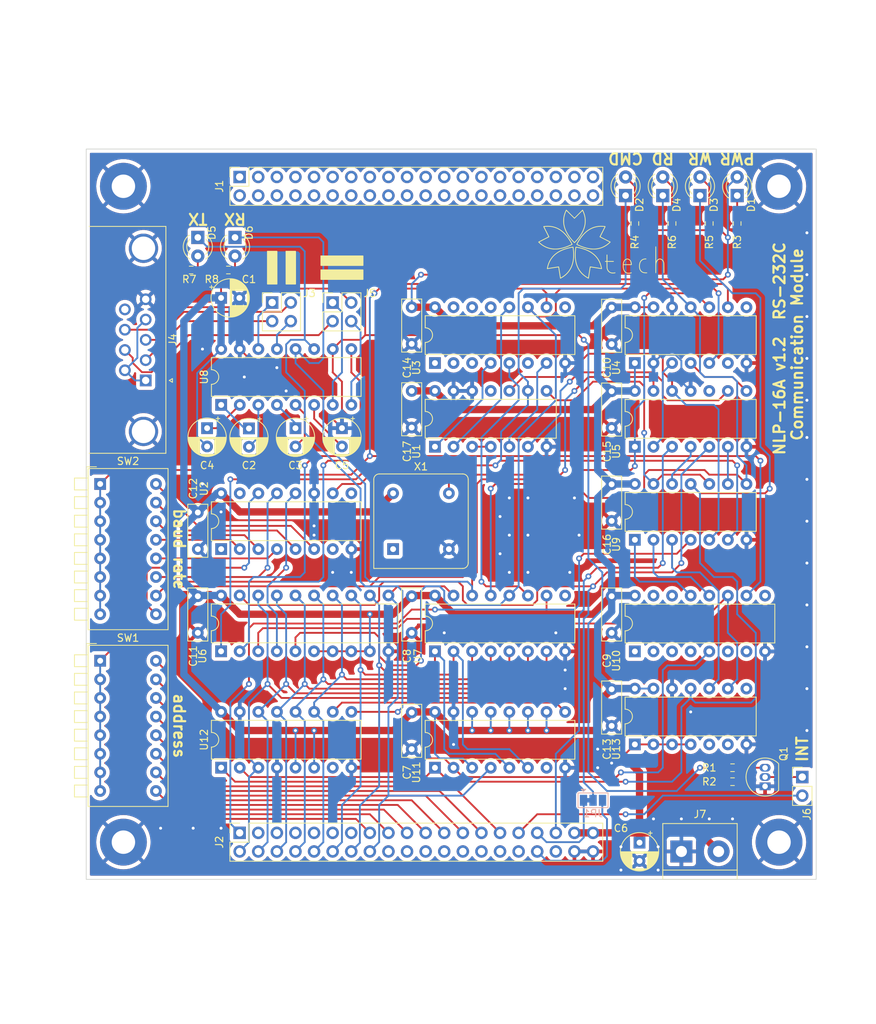
<source format=kicad_pcb>
(kicad_pcb (version 20211014) (generator pcbnew)
  (layers (0 "F.Cu" signal) (31 "B.Cu" signal) (34 "B.Paste" user) (35 "F.Paste" user) (36 "B.SilkS" user "B.Silkscreen") (37 "F.SilkS" user "F.Silkscreen") (38 "B.Mask" user) (39 "F.Mask" user) (44 "Edge.Cuts" user))
  (net 0 "")
  (net 1 "VCC")
  (net 2 "GND")
  (net 3 "Net-(C2-Pad1)")
  (net 4 "Net-(C2-Pad2)")
  (net 5 "Net-(C3-Pad1)")
  (net 6 "Net-(C3-Pad2)")
  (net 7 "Net-(C4-Pad1)")
  (net 8 "Net-(C5-Pad2)")
  (net 9 "Net-(D1-Pad1)")
  (net 11 "Address0")
  (net 12 "IO_BUS0")
  (net 13 "IO_BUS1")
  (net 14 "IO_BUS2")
  (net 15 "IO_BUS3")
  (net 16 "IO_BUS4")
  (net 17 "IO_BUS5")
  (net 18 "IO_BUS6")
  (net 19 "IO_BUS7")
  (net 20 "INT")
  (net 21 "~{RD_CLK}")
  (net 22 "~{WR_CLK}")
  (net 24 "Net-(Q1-Pad3)")
  (net 25 "Net-(U2-Pad10)")
  (net 26 "CTS")
  (net 27 "CLK")
  (net 28 "~{EN}")
  (net 29 "Net-(U1-Pad1)")
  (net 30 "Net-(J3-Pad1)")
  (net 31 "~{COMMAND}")
  (net 32 "Net-(J3-Pad2)")
  (net 41 "Net-(U3-Pad5)")
  (net 44 "Net-(J3-Pad3)")
  (net 48 "Net-(U4-Pad3)")
  (net 49 "Net-(U4-Pad4)")
  (net 52 "~{Read_EN}")
  (net 53 "UART IN")
  (net 54 "Net-(U5-Pad6)")
  (net 55 "RTS")
  (net 56 "~{busy}")
  (net 57 "Net-(D5-Pad2)")
  (net 58 "Net-(D6-Pad2)")
  (net 59 "Receiving")
  (net 61 "UART OUT")
  (net 62 "~{Send_EN}")
  (net 66 "Net-(J3-Pad4)")
  (net 67 "Net-(J5-Pad1)")
  (net 68 "Net-(J5-Pad4)")
  (net 69 "Net-(J6-Pad1)")
  (net 70 "Net-(U1-Pad2)")
  (net 71 "Net-(U1-Pad3)")
  (net 72 "Net-(U1-Pad5)")
  (net 74 "Net-(U10-Pad12)")
  (net 75 "Net-(U1-Pad6)")
  (net 121 "Net-(J2-Pad15)")
  (net 122 "Net-(J2-Pad17)")
  (net 124 "Net-(J2-Pad19)")
  (net 126 "Net-(J2-Pad21)")
  (net 128 "Net-(J2-Pad23)")
  (net 130 "Net-(J2-Pad25)")
  (net 132 "Net-(J2-Pad27)")
  (net 134 "Net-(J2-Pad29)")
  (net 138 "Net-(J4-Pad1)")
  (net 139 "Net-(J4-Pad7)")
  (net 140 "Net-(J4-Pad8)")
  (net 141 "Net-(SW2-Pad9)")
  (net 142 "Net-(SW2-Pad10)")
  (net 143 "Net-(SW2-Pad11)")
  (net 144 "Net-(SW2-Pad12)")
  (net 145 "Net-(SW2-Pad13)")
  (net 146 "Net-(SW2-Pad14)")
  (net 147 "Net-(SW2-Pad15)")
  (net 148 "Net-(SW2-Pad16)")
  (net 149 "Net-(U5-Pad4)")
  (net 150 "Net-(U10-Pad13)")
  (net 151 "Net-(U13-Pad10)")
  (net 156 "Net-(U10-Pad5)")
  (net 162 "Net-(U11-Pad9)")
  (net 166 "Net-(U1-Pad8)")
  (net 167 "Net-(U1-Pad10)")
  (net 168 "~{RD}")
  (net 169 "~{RD_G}")
  (net 170 "Net-(D2-Pad2)")
  (net 171 "Net-(D3-Pad2)")
  (net 172 "Net-(D4-Pad2)")
  (footprint "Capacitor_THT:C_Disc_D7.0mm_W2.5mm_P5.00mm" (layer "F.Cu") (at 116.205 87.59 90)
    (fp_text reference "C16")
    (fp_text value "C")
  )
  (footprint "Resistor_SMD:R_0603_1608Metric_Pad0.98x0.95mm_HandSolder" (layer "F.Cu") (at 132.715 123.19 180)
    (fp_text reference "R2")
    (fp_text value "R")
  )
  (footprint "Connector_Dsub:DSUB-9_Female_Horizontal_P2.77x2.84mm_EdgePinOffset4.94mm_Housed_MountingHolesOffset7.48mm" (layer "F.Cu") (at 52.570331 68.415 -90)
    (fp_text reference "J4")
    (fp_text value "DB9_Female_MountingHoles")
  )
  (footprint "Package_DIP:DIP-14_W7.62mm" (layer "F.Cu") (at 119.38 66.04 90)
    (fp_text reference "U4")
    (fp_text value "74HC74")
  )
  (footprint "Package_DIP:DIP-16_W7.62mm" (layer "F.Cu") (at 62.88 71.755 90)
    (fp_text reference "U8")
    (fp_text value "MAX232")
  )
  (footprint "LED_THT:LED_D3.0mm" (layer "F.Cu") (at 133.35 43.18 90)
    (fp_text reference "D1")
    (fp_text value "LED")
  )
  (footprint "Capacitor_THT:C_Disc_D7.0mm_W2.5mm_P5.00mm" (layer "F.Cu") (at 116.205 74.89 90)
    (fp_text reference "C15")
    (fp_text value "C")
  )
  (footprint "LOGO" (layer "F.Cu") (at 115.57 50.165)
    (fp_text reference "G***" hide)
    (fp_text value "LOGO" hide)
  )
  (footprint "TerminalBlock:TerminalBlock_bornier-2_P5.08mm" (layer "F.Cu") (at 125.73 132.715)
    (fp_text reference "J7")
    (fp_text value "Screw_Terminal_01x02")
  )
  (footprint "Package_DIP:DIP-14_W7.62mm" (layer "F.Cu") (at 92.075 77.46 90)
    (fp_text reference "U1")
    (fp_text value "74LS08")
  )
  (footprint "Resistor_SMD:R_0603_1608Metric_Pad0.98x0.95mm_HandSolder" (layer "F.Cu") (at 119.38 46.99 90)
    (fp_text reference "R4")
    (fp_text value "R")
  )
  (footprint "Capacitor_THT:CP_Radial_D5.0mm_P2.50mm" (layer "F.Cu") (at 60.96 74.93 -90)
    (fp_text reference "C4")
    (fp_text value "C_Polarized")
  )
  (footprint "MountingHole:MountingHole_3.2mm_M3_Pad" (layer "F.Cu") (at 139.065 131.445)
    (fp_text reference "H2" hide)
    (fp_text value "MountingHole_Pad")
  )
  (footprint "Resistor_SMD:R_0603_1608Metric_Pad0.98x0.95mm_HandSolder" (layer "F.Cu") (at 132.715 121.285)
    (fp_text reference "R1")
    (fp_text value "R")
  )
  (footprint "Capacitor_THT:C_Disc_D7.0mm_W2.5mm_P5.00mm" (layer "F.Cu") (at 88.9 118.745 90)
    (fp_text reference "C7")
    (fp_text value "C")
  )
  (footprint "Capacitor_THT:CP_Radial_D5.0mm_P2.50mm" (layer "F.Cu") (at 120.015 131.509888 -90)
    (fp_text reference "C6")
    (fp_text value "C_Polarized")
  )
  (footprint "LED_THT:LED_D3.0mm" (layer "F.Cu") (at 59.69 48.895 -90)
    (fp_text reference "D5")
    (fp_text value "LED")
  )
  (footprint "Package_DIP:DIP-16_W7.62mm" (layer "F.Cu") (at 92.075 121.285 90)
    (fp_text reference "U11")
    (fp_text value "74HC165")
  )
  (footprint "Connector_PinHeader_2.54mm:PinHeader_2x02_P2.54mm_Vertical" (layer "F.Cu") (at 78.1 57.785)
    (fp_text reference "J5")
    (fp_text value "Conn_02x02_Odd_Even")
  )
  (footprint "MountingHole:MountingHole_3.2mm_M3_Pad" (layer "F.Cu") (at 49.53 131.445)
    (fp_text reference "H4" hide)
    (fp_text value "MountingHole_Pad")
  )
  (footprint "Package_DIP:DIP-14_W7.62mm" (layer "F.Cu") (at 119.375 118.1 90)
    (fp_text reference "U13")
    (fp_text value "74HC74")
  )
  (footprint "Capacitor_THT:CP_Radial_D5.0mm_P2.50mm" (layer "F.Cu") (at 79.375 74.93 -90)
    (fp_text reference "C5")
    (fp_text value "C_Polarized")
  )
  (footprint "MountingHole:MountingHole_3.2mm_M3_Pad" (layer "F.Cu") (at 139.065 41.91)
    (fp_text reference "H1" hide)
    (fp_text value "MountingHole_Pad")
  )
  (footprint "Capacitor_THT:CP_Radial_D5.0mm_P2.50mm" (layer "F.Cu") (at 62.865 57.15)
    (fp_text reference "C1")
    (fp_text value "C_Polarized")
  )
  (footprint "Button_Switch_THT:SW_DIP_SPSTx08_Piano_10.8x21.88mm_W7.62mm_P2.54mm" (layer "F.Cu") (at 46.355 82.55)
    (fp_text reference "SW2")
    (fp_text value "SW_DIP_x08")
  )
  (footprint "Package_TO_SOT_THT:TO-92_Inline" (layer "F.Cu") (at 137.16 123.825 90)
    (fp_text reference "Q1")
    (fp_text value "2SC1815")
  )
  (footprint "Capacitor_THT:C_Disc_D7.0mm_W2.5mm_P5.00mm" (layer "F.Cu") (at 88.9 74.85 90)
    (fp_text reference "C17")
    (fp_text value "C")
  )
  (footprint "Package_DIP:DIP-16_W7.62mm" (layer "F.Cu") (at 119.38 105.41 90)
    (fp_text reference "U10")
    (fp_text value "4020")
  )
  (footprint "Package_DIP:DIP-14_W7.62mm" (layer "F.Cu") (at 119.38 77.47 90)
    (fp_text reference "U5")
    (fp_text value "74HC04")
  )
  (footprint "Resistor_SMD:R_0603_1608Metric_Pad0.98x0.95mm_HandSolder" (layer "F.Cu") (at 58.7775 53.34)
    (fp_text reference "R7")
    (fp_text value "R")
  )
  (footprint "Resistor_SMD:R_0603_1608Metric_Pad0.98x0.95mm_HandSolder" (layer "F.Cu") (at 133.35 46.99 -90)
    (fp_text reference "R3")
    (fp_text value "R")
  )
  (footprint "Capacitor_THT:CP_Radial_D5.0mm_P2.50mm" (layer "F.Cu") (at 66.675 74.97 -90)
    (fp_text reference "C2")
    (fp_text value "C_Polarized")
  )
  (footprint "LED_THT:LED_D3.0mm" (layer "F.Cu") (at 128.27 43.18 90)
    (fp_text reference "D3")
    (fp_text value "LED")
  )
  (footprint "Connector_PinHeader_2.54mm:PinHeader_1x02_P2.54mm_Vertical" (layer "F.Cu") (at 142.24 122.555)
    (fp_text reference "J6")
    (fp_text value "Conn_01x02_Male")
  )
  (footprint "Capacitor_THT:C_Disc_D7.0mm_W2.5mm_P5.00mm" (layer "F.Cu") (at 116.205 102.87 90)
    (fp_text reference "C9")
    (fp_text value "C")
  )
  (footprint "Package_DIP:DIP-20_W7.62mm" (layer "F.Cu") (at 62.865 105.39 90)
    (fp_text reference "U6")
    (fp_text value "74LS541")
  )
  (footprint "Capacitor_THT:C_Disc_D7.0mm_W2.5mm_P5.00mm" (layer "F.Cu") (at 116.205 115.57 90)
    (fp_text reference "C13")
    (fp_text value "C")
  )
  (footprint "Button_Switch_THT:SW_DIP_SPSTx08_Piano_10.8x21.88mm_W7.62mm_P2.54mm" (layer "F.Cu") (at 46.355 106.68)
    (fp_text reference "SW1")
    (fp_text value "SW_DIP_x08")
  )
  (footprint "MountingHole:MountingHole_3.2mm_M3_Pad" (layer "F.Cu") (at 49.53 41.91)
    (fp_text reference "H3" hide)
    (fp_text value "MountingHole_Pad")
  )
  (footprint "Package_DIP:DIP-16_W7.62mm" (layer "F.Cu") (at 62.88 91.44 90)
    (fp_text reference "U2")
    (fp_text value "4040")
  )
  (footprint "Capacitor_THT:CP_Radial_D5.0mm_P2.50mm" (layer "F.Cu") (at 73.025 74.93 -90)
    (fp_text reference "C3")
    (fp_text value "C_Polarized")
  )
  (footprint "Capacitor_THT:C_Disc_D7.0mm_W2.5mm_P5.00mm" (layer "F.Cu") (at 88.9 63.42 90)
    (fp_text reference "C14")
    (fp_text value "C")
  )
  (footprint "Connector_PinSocket_2.54mm:PinSocket_2x20_P2.54mm_Vertical" (layer "F.Cu") (at 65.405 130.175 90)
    (fp_text reference "J2")
    (fp_text value "Conn_02x20_Odd_Even")
  )
  (footprint "LED_THT:LED_D3.0mm" (layer "F.Cu") (at 123.19 43.18 90)
    (fp_text reference "D4")
    (fp_text value "LED")
  )
  (footprint "Oscillator:Oscillator_DIP-8" (layer "F.Cu") (at 86.36 91.44)
    (fp_text reference "X1")
    (fp_text value "CXO_DIP8")
  )
  (footprint "Package_DIP:DIP-16_W7.62mm" (layer "F.Cu") (at 92.075 66.04 90)
    (fp_text reference "U3")
    (fp_text value "4020")
  )
  (footprint "Resistor_SMD:R_0603_1608Metric_Pad0.98x0.95mm_HandSolder" (layer "F.Cu") (at 63.8575 53.34)
    (fp_text reference "R8")
    (fp_text value "R")
  )
  (footprint "Package_DIP:DIP-16_W7.62mm" (layer "F.Cu") (at 92.075 105.4 90)
    (fp_text reference "U7")
    (fp_text value "74HC595")
  )
  (footprint "LED_THT:LED_D3.0mm" (layer "F.Cu") (at 118.11 43.18 90)
    (fp_text reference "D2")
    (fp_text value "LED")
  )
  (footprint "Capacitor_THT:C_Disc_D7.0mm_W2.5mm_P5.00mm" (layer "F.Cu") (at 59.69 91.44 90)
    (fp_text reference "C12")
    (fp_text value "C")
  )
  (footprint "Resistor_SMD:R_0603_1608Metric_Pad0.98x0.95mm_HandSolder" (layer "F.Cu") (at 129.54 46.99 90)
    (fp_text reference "R5")
    (fp_text value "R")
  )
  (footprint "Capacitor_THT:C_Disc_D7.0mm_W2.5mm_P5.00mm" (layer "F.Cu") (at 116.205 63.46 90)
    (fp_text reference "C10")
    (fp_text value "C")
  )
  (footprint "Resistor_SMD:R_0603_1608Metric_Pad0.98x0.95mm_HandSolder" (layer "F.Cu") (at 124.46 46.99 90)
    (fp_text reference "R6")
    (fp_text value "R")
  )
  (footprint "Capacitor_THT:C_Disc_D7.0mm_W2.5mm_P5.00mm" (layer "F.Cu") (at 59.69 102.87 90)
    (fp_text reference "C11")
    (fp_text value "C")
  )
  (footprint "Connector_PinSocket_2.54mm:PinSocket_2x20_P2.54mm_Vertical" (layer "F.Cu") (at 65.405 40.64 90)
    (fp_text reference "J1")
    (fp_text value "Conn_02x20_Odd_Even")
  )
  (footprint "Connector_PinHeader_2.54mm:PinHeader_2x02_P2.54mm_Vertical" (layer "F.Cu") (at 69.845 57.78)
    (fp_text reference "J3")
    (fp_text value "Conn_02x02_Odd_Even")
  )
  (footprint "Package_DIP:DIP-14_W7.62mm" (layer "F.Cu") (at 119.38 90.17 90)
    (fp_text reference "U9")
    (fp_text value "74HC00")
  )
  (footprint "Capacitor_THT:C_Disc_D7.0mm_W2.5mm_P5.00mm" (layer "F.Cu") (at 88.9 102.87 90)
    (fp_text reference "C8")
    (fp_text value "C")
  )
  (footprint "Package_DIP:DIP-16_W7.62mm" (layer "F.Cu") (at 62.88 121.275 90)
    (fp_text reference "U12")
    (fp_text value "74HC165")
  )
  (footprint "LED_THT:LED_D3.0mm" (layer "F.Cu") (at 64.77 48.895 -90)
    (fp_text reference "D6")
    (fp_text value "LED")
  )
  (footprint "Jumper:SolderJumper-3_P1.3mm_Bridged12_Pad1.0x1.5mm" (layer "B.Cu") (at 113.665 125.73)
    (fp_text reference "JP1")
    (fp_text value "Jumper_3_Bridged12")
  )
  (gr_rect (start 76.5175 53.34) (end 82.2325 54.61) (layer "F.SilkS") (width 0.15) (fill solid))
  (gr_rect (start 69.215 55.245) (end 70.485 50.8) (layer "F.SilkS") (width 0.15) (fill solid))
  (gr_rect (start 76.5175 51.435) (end 82.2325 52.705) (layer "F.SilkS") (width 0.15) (fill solid))
  (gr_rect (start 71.755 55.245) (end 73.025 50.8) (layer "F.SilkS") (width 0.15) (fill solid))
  (gr_rect (start 44.45 36.83) (end 144.145 136.525) (layer "Edge.Cuts") (width 0.1) (fill none))
  (gr_text "INT" (at 142.24 118.745 90) (layer "F.SilkS") (effects (font (size 1.5 1.5) (thickness 0.3))))
  (gr_text "RD" (at 123.19 38.1 180) (layer "F.SilkS") (effects (font (size 1.5 1.5) (thickness 0.3))))
  (gr_text "NLP-16A v1.2  RS-232C \nCommunication Module" (at 140.335 63.5 90) (layer "F.SilkS") (effects (font (size 1.5 1.5) (thickness 0.3))))
  (gr_text "address" (at 57.15 115.57 270) (layer "F.SilkS") (effects (font (size 1.5 1.5) (thickness 0.3))))
  (gr_text "baud rate" (at 57.15 91.44 270) (layer "F.SilkS") (effects (font (size 1.5 1.5) (thickness 0.3))))
  (gr_text "WR" (at 128.27 38.1 180) (layer "F.SilkS") (effects (font (size 1.5 1.5) (thickness 0.3))))
  (gr_text "TX" (at 59.69 46.355 180) (layer "F.SilkS") (effects (font (size 1.5 1.5) (thickness 0.3))))
  (gr_text "PWR" (at 133.35 38.1 180) (layer "F.SilkS") (effects (font (size 1.5 1.5) (thickness 0.3))))
  (gr_text "RX" (at 64.77 46.355 180) (layer "F.SilkS") (effects (font (size 1.5 1.5) (thickness 0.3))))
  (gr_text "CMD" (at 118.11 38.1 180) (layer "F.SilkS") (effects (font (size 1.5 1.5) (thickness 0.3))))
  (segment (start 117.475 119.38) (end 118.095 119.38) (width 0.25) (layer "F.Cu") (net 1))
  (segment (start 92.075 54.61) (end 91.44 53.975) (width 0.25) (layer "F.Cu") (net 1))
  (segment (start 119.375 110.48) (end 116.215 110.48) (width 1) (layer "F.Cu") (net 1))
  (segment (start 94.615 72.39) (end 113.665 72.39) (width 1) (layer "F.Cu") (net 1))
  (segment (start 117.475 119.38) (end 120.015 121.92) (width 1) (layer "F.Cu") (net 1))
  (segment (start 116.215 110.48) (end 116.205 110.49) (width 1) (layer "F.Cu") (net 1))
  (segment (start 94.615 72.38) (end 94.615 72.39) (width 1) (layer "F.Cu") (net 1))
  (segment (start 128.27 130.175) (end 130.81 132.715) (width 1) (layer "F.Cu") (net 1))
  (segment (start 116.205 69.85) (end 119.38 69.85) (width 1) (layer "F.Cu") (net 1))
  (segment (start 132.08 48.895) (end 131.0875 47.9025) (width 0.25) (layer "F.Cu") (net 1))
  (segment (start 65.405 86.36) (end 83.82 86.36) (width 1) (layer "F.Cu") (net 1))
  (segment (start 65.405 100.31) (end 65.405 100.33) (width 1) (layer "F.Cu") (net 1))
  (segment (start 92.075 58.42) (end 94.615 60.96) (width 1) (layer "F.Cu") (net 1))
  (segment (start 116.245 58.42) (end 119.38 58.42) (width 1) (layer "F.Cu") (net 1))
  (segment (start 92.075 97.78) (end 94.615 100.32) (width 1) (layer "F.Cu") (net 1))
  (segment (start 92.075 58.42) (end 88.9 58.42) (width 1) (layer "F.Cu") (net 1))
  (segment (start 94.615 60.96) (end 113.705 60.96) (width 1) (layer "F.Cu") (net 1))
  (segment (start 120.015 121.92) (end 120.015 131.509888) (width 1) (layer "F.Cu") (net 1))
  (segment (start 73.025 116.205) (end 75.565 116.205) (width 1) (layer "F.Cu") (net 1))
  (segment (start 94.615 100.33) (end 107.315 100.33) (width 1) (layer "F.Cu") (net 1))
  (segment (start 114.3 116.205) (end 107.315 116.205) (width 1) (layer "F.Cu") (net 1))
  (segment (start 113.705 60.96) (end 116.245 58.42) (width 1) (layer "F.Cu") (net 1))
  (segment (start 132.08 53.975) (end 131.445 54.61) (width 0.25) (layer "F.Cu") (net 1))
  (segment (start 113.665 100.33) (end 116.205 97.79) (width 1) (layer "F.Cu") (net 1))
  (segment (start 118.095 119.38) (end 119.375 118.1) (width 0.25) (layer "F.Cu") (net 1))
  (segment (start 97.155 116.205) (end 99.695 116.205) (width 1) (layer "F.Cu") (net 1))
  (segment (start 117.475 119.38) (end 114.3 116.205) (width 1) (layer "F.Cu") (net 1))
  (segment (start 111.125 130.175) (end 120.015 130.175) (width 1) (layer "F.Cu") (net 1))
  (segment (start 91.44 53.975) (end 90.17 53.975) (width 0.25) (layer "F.Cu") (net 1))
  (segment (start 58.42 55.245) (end 62.865 55.245) (width 0.25) (layer "F.Cu") (net 1))
  (segment (start 57.865 53.34) (end 57.865 54.69) (width 0.25) (layer "F.Cu") (net 1))
  (segment (start 94.615 100.32) (end 94.615 100.33) (width 1) (layer "F.Cu") (net 1))
  (segment (start 114.3 112.475) (end 116.205 110.57) (width 1) (layer "F.Cu") (net 1))
  (segment (start 65.405 100.33) (end 83.185 100.33) (width 1) (layer "F.Cu") (net 1))
  (segment (start 65.405 116.205) (end 73.025 116.205) (width 1) (layer "F.Cu") (net 1))
  (segment (start 65.405 86.345) (end 65.405 86.36) (width 1) (layer "F.Cu") (net 1))
  (segment (start 121.92 58.42) (end 119.38 58.42) (width 0.25) (layer "F.Cu") (net 1))
  (segment (start 107.315 100.33) (end 113.665 100.33) (width 1) (layer "F.Cu") (net 1))
  (segment (start 62.88 83.82) (end 65.405 86.345) (width 1) (layer "F.Cu") (net 1))
  (segment (start 92.075 69.84) (end 94.615 72.38) (width 1) (layer "F.Cu") (net 1))
  (segment (start 113.665 72.39) (end 116.205 69.85) (width 1) (layer "F.Cu") (net 1))
  (segment (start 62.88 113.655) (end 65.405 116.18) (width 1) (layer "F.Cu") (net 1))
  (segment (start 62.865 53.42) (end 62.865 57.15) (width 0.25) (layer "F.Cu") (net 1))
  (segment (start 83.82 86.36) (end 86.36 83.82) (width 1) (layer "F.Cu") (net 1))
  (segment (start 75.565 105.39) (end 83.185 105.39) (width 0.25) (layer "F.Cu") (net 1))
  (segment (start 65.405 116.18) (end 65.405 116.205) (width 1) (layer "F.Cu") (net 1))
  (segment (start 88.98 113.665) (end 92.075 113.665) (width 1) (layer "F.Cu") (net 1))
  (segment (start 99.695 116.205) (end 102.235 116.205) (width 1) (layer "F.Cu") (net 1))
  (segment (start 57.865 54.69) (end 58.42 55.245) (width 0.25) (layer "F.Cu") (net 1))
  (segment (start 62.865 97.77) (end 65.405 100.31) (width 1) (layer "F.Cu") (net 1))
  (segment (start 86.44 116.205) (end 88.98 113.665) (width 1) (layer "F.Cu") (net 1))
  (segment (start 88.91 69.84) (end 88.9 69.85) (width 1) (layer "F.Cu") (net 1))
  (segment (start 88.91 97.78) (end 92.075 97.78) (width 1) (layer "F.Cu") (net 1))
  (segment (start 120.015 130.175) (end 128.27 130.175) (width 1) (layer "F.Cu") (net 1))
  (segment (start 107.315 97.78) (end 107.315 100.33) (width 0.25) (layer "F.Cu") (net 1))
  (segment (start 86.36 100.33) (end 88.91 97.78) (width 1) (layer "F.Cu") (net 1))
  (segment (start 116.205 97.79) (end 119.38 97.79) (width 1) (layer "F.Cu") (net 1))
  (segment (start 131.0875 47.9025) (end 119.38 47.9025) (width 0.25) (layer "F.Cu") (net 1))
  (segment (start 104.775 116.205) (end 107.315 116.205) (width 1) (layer "F.Cu") (net 1))
  (segment (start 92.075 113.665) (end 94.615 116.205) (width 1) (layer "F.Cu") (net 1))
  (segment (start 83.185 100.33) (end 86.36 100.33) (width 1) (layer "F.Cu") (net 1))
  (segment (start 114.3 116.205) (end 114.3 112.475) (width 1) (layer "F.Cu") (net 1))
  (segment (start 126.995 118.1) (end 119.375 118.1) (width 0.25) (layer "F.Cu") (net 1))
  (segment (start 94.615 116.205) (end 97.155 116.205) (width 1) (layer "F.Cu") (net 1))
  (segment (start 75.565 116.205) (end 86.44 116.205) (width 1) (layer "F.Cu") (net 1))
  (segment (start 92.075 69.84) (end 88.91 69.84) (width 1) (layer "F.Cu") (net 1))
  (segment (start 131.445 54.61) (end 92.075 54.61) (width 0.25) (layer "F.Cu") (net 1))
  (segment (start 102.235 116.205) (end 104.775 116.205) (width 1) (layer "F.Cu") (net 1))
  (segment (start 62.945 53.34) (end 62.865 53.42) (width 0.25) (layer "F.Cu") (net 1))
  (via (at 83.185 100.33) (size 0.8) (drill 0.4) (layers "F.Cu" "B.Cu") (net 1))
  (via (at 102.235 116.205) (size 0.8) (drill 0.4) (layers "F.Cu" "B.Cu") (net 1))
  (via (at 90.17 53.975) (size 0.8) (drill 0.4) (layers "F.Cu" "B.Cu") (net 1))
  (via (at 104.775 116.205) (size 0.8) (drill 0.4) (layers "F.Cu" "B.Cu") (net 1))
  (via (at 107.315 116.205) (size 0.8) (drill 0.4) (layers "F.Cu" "B.Cu") (net 1))
  (via (at 75.565 116.205) (size 0.8) (drill 0.4) (layers "F.Cu" "B.Cu") (net 1))
  (via (at 99.695 116.205) (size 0.8) (drill 0.4) (layers "F.Cu" "B.Cu") (net 1))
  (via (at 73.025 116.205) (size 0.8) (drill 0.4) (layers "F.Cu" "B.Cu") (net 1))
  (via (at 97.155 116.205) (size 0.8) (drill 0.4) (layers "F.Cu" "B.Cu") (net 1))
  (via (at 132.08 53.975) (size 0.8) (drill 0.4) (layers "F.Cu" "B.Cu") (net 1))
  (via (at 132.08 48.895) (size 0.8) (drill 0.4) (layers "F.Cu" "B.Cu") (net 1))
  (segment (start 116.205 69.85) (end 114.3 67.945) (width 1) (layer "B.Cu") (net 1))
  (segment (start 57.785 77.47) (end 57.785 84.455) (width 1) (layer "B.Cu") (net 1))
  (segment (start 99.695 113.665) (end 99.695 116.205) (width 0.25) (layer "B.Cu") (net 1))
  (segment (start 57.785 78.09) (end 57.785 60.325) (width 1) (layer "B.Cu") (net 1))
  (segment (start 132.08 48.895) (end 132.075 48.9) (width 0.25) (layer "B.Cu") (net 1))
  (segment (start 97.155 113.665) (end 97.155 116.205) (width 0.25) (layer "B.Cu") (net 1))
  (segment (start 97.155 121.285) (end 95.885 120.015) (width 0.25) (layer "B.Cu") (net 1))
  (segment (start 59.69 76.2) (end 59.6 76.11) (width 0.25) (layer "B.Cu") (net 1))
  (segment (start 114.3 92.075) (end 116.205 93.98) (width 1) (layer "B.Cu") (net 1))
  (segment (start 132.075 48.89) (end 132.075 41.915) (width 0.25) (layer "B.Cu") (net 1))
  (segment (start 104.775 113.665) (end 104.775 116.205) (width 0.25) (layer "B.Cu") (net 1))
  (segment (start 62.865 97.77) (end 59.71 97.77) (width 1) (layer "B.Cu") (net 1))
  (segment (start 114.3 84.455) (end 114.3 92.075) (width 1) (layer "B.Cu") (net 1))
  (segment (start 59.6 67.415) (end 62.88 64.135) (width 0.25) (layer "B.Cu") (net 1))
  (segment (start 116.205 99.960863) (end 114.3 101.865863) (width 1) (layer "B.Cu") (net 1))
  (segment (start 132.075 53.97) (end 132.08 53.975) (width 0.25) (layer "B.Cu") (net 1))
  (segment (start 116.205 97.79) (end 119.38 97.79) (width 1) (layer "B.Cu") (net 1))
  (segment (start 57.785 99.695) (end 57.785 108.56) (width 1) (layer "B.Cu") (net 1))
  (segment (start 132.075 48.9) (end 132.075 53.97) (width 0.25) (layer "B.Cu") (net 1))
  (segment (start 83.185 105.39) (end 83.185 100.33) (width 0.25) (layer "B.Cu") (net 1))
  (segment (start 57.785 84.455) (end 59.69 86.36) (width 1) (layer "B.Cu") (net 1))
  (segment (start 119.38 58.42) (end 116.84 58.42) (width 1) (layer "B.Cu") (net 1))
  (segment (start 59.71 97.77) (end 57.785 99.695) (width 1) (layer "B.Cu") (net 1))
  (segment (start 60.96 77.43) (end 59.73 76.2) (width 0.25) (layer "B.Cu") (net 1))
  (segment (start 88.9 55.245) (end 88.9 58.42) (width 0.25) (layer "B.Cu") (net 1))
  (segment (start 60.96 57.15) (end 62.865 57.15) (width 1) (layer "B.Cu") (net 1))
  (segment (start 59.69 86.36) (end 59.69 86.44) (width 1) (layer "B.Cu") (net 1))
  (segment (start 95.885 120.015) (end 92.71 120.015) (width 0.25) (layer "B.Cu") (net 1))
  (segment (start 62.865 64.12) (end 62.88 64.135) (width 1) (layer "B.Cu") (net 1))
  (segment (start 132.075 41.915) (end 133.35 40.64) (width 0.25) (layer "B.Cu") (net 1))
  (segment (start 114.3 80.645) (end 116.205 82.55) (width 1) (layer "B.Cu") (net 1))
  (segment (start 57.785 95.885) (end 59.67 97.77) (width 1) (layer "B.Cu") (net 1))
  (segment (start 73.04 116.22) (end 73.025 116.205) (width 0.25) (layer "B.Cu") (net 1))
  (segment (start 114.3 71.755) (end 114.3 80.645) (width 1) (layer "B.Cu") (net 1))
  (segment (start 57.785 108.56) (end 62.88 113.655) (width 1) (layer "B.Cu") (net 1))
  (segment (start 59.67 97.77) (end 62.865 97.77) (width 1) (layer "B.Cu") (net 1))
  (segment (start 59.73 76.2) (end 59.69 76.2) (width 0.25) (layer "B.Cu") (net 1))
  (segment (start 73.04 121.275) (end 73.04 116.22) (width 0.25) (layer "B.Cu") (net 1))
  (segment (start 102.235 113.665) (end 102.235 116.205) (width 0.25) (layer "B.Cu") (net 1))
  (segment (start 62.88 83.82) (end 62.31 83.82) (width 1) (layer "B.Cu") (net 1))
  (segment (start 92.075 119.38) (end 92.075 113.665) (width 0.25) (layer "B.Cu") (net 1))
  (segment (start 75.58 116.22) (end 75.565 116.205) (width 0.25) (layer "B.Cu") (net 1))
  (segment (start 57.785 60.325) (end 60.96 57.15) (width 1) (layer "B.Cu") (net 1))
  (segment (start 119.38 66.04) (end 119.38 69.85) (width 0.25) (layer "B.Cu") (net 1))
  (segment (start 119.38 69.85) (end 116.205 69.85) (width 1) (layer "B.Cu") (net 1))
  (segment (start 116.205 97.79) (end 116.205 99.960863) (width 1) (layer "B.Cu") (net 1))
  (segment (start 132.08 48.895) (end 132.075 48.89) (width 0.25) (layer "B.Cu") (net 1))
  (segment (start 62.31 83.82) (end 59.69 86.44) (width 1) (layer "B.Cu") (net 1))
  (segment (start 114.3 60.365) (end 116.205 58.46) (width 1) (layer "B.Cu") (net 1))
  (segment (start 57.785 88.345) (end 57.785 95.885) (width 1) (layer "B.Cu") (net 1))
  (segment (start 90.17 53.975) (end 88.9 55.245) (width 0.25) (layer "B.Cu") (net 1))
  (segment (start 59.6 76.11) (end 59.6 67.415) (width 0.25) (layer "B.Cu") (net 1))
  (segment (start 107.315 113.665) (end 107.315 116.205) (width 0.25) (layer "B.Cu") (net 1))
  (segment (start 116.205 93.98) (end 116.205 97.79) (width 1) (layer "B.Cu") (net 1))
  (segment (start 116.195 110.48) (end 119.375 110.48) (width 1) (layer "B.Cu") (net 1))
  (segment (start 62.865 57.15) (end 62.865 64.12) (width 1) (layer "B.Cu") (net 1))
  (segment (start 114.3 108.585) (end 116.195 110.48) (width 1) (layer "B.Cu") (net 1))
  (segment (start 116.205 82.55) (end 119.38 82.55) (width 1) (layer "B.Cu") (net 1))
  (segment (start 114.3 67.945) (end 114.3 60.365) (width 1) (layer "B.Cu") (net 1))
  (segment (start 75.58 121.275) (end 75.58 116.22) (width 0.25) (layer "B.Cu") (net 1))
  (segment (start 121.915 110.48) (end 119.375 110.48) (width 0.25) (layer "B.Cu") (net 1))
  (segment (start 114.3 101.865863) (end 114.3 108.585) (width 1) (layer "B.Cu") (net 1))
  (segment (start 116.205 82.55) (end 114.3 84.455) (width 1) (layer "B.Cu") (net 1))
  (segment (start 59.69 86.44) (end 57.785 88.345) (width 1) (layer "B.Cu") (net 1))
  (segment (start 92.71 120.015) (end 92.075 119.38) (width 0.25) (layer "B.Cu") (net 1))
  (segment (start 116.205 69.85) (end 114.3 71.755) (width 1) (layer "B.Cu") (net 1))
  (segment (start 67.325 66.04) (end 65.42 64.135) (width 0.25) (layer "F.Cu") (net 2))
  (segment (start 76.835 66.675) (end 76.2 66.04) (width 0.25) (layer "F.Cu") (net 2))
  (segment (start 79.375 74.93) (end 76.835 72.39) (width 0.25) (layer "F.Cu") (net 2))
  (segment (start 76.2 66.04) (end 67.325 66.04) (width 0.25) (layer "F.Cu") (net 2))
  (segment (start 76.835 72.39) (end 76.835 66.675) (width 0.25) (layer "F.Cu") (net 2))
  (via (at 60.325 64.135) (size 0.8) (drill 0.4) (layers "F.Cu" "B.Cu") (net 2))
  (via (at 109.855 107.95) (size 0.8) (drill 0.4) (layers "F.Cu" "B.Cu") (net 2))
  (via (at 80.645 94.615) (size 0.8) (drill 0.4) (layers "F.Cu" "B.Cu") (net 2))
  (via (at 78.105 94.615) (size 0.8) (drill 0.4) (layers "F.Cu" "B.Cu") (net 2))
  (via (at 142.875 59.69) (size 0.8) (drill 0.4) (layers "F.Cu" "B.Cu") (net 2))
  (via (at 142.875 110.49) (size 0.8) (drill 0.4) (layers "F.Cu" "B.Cu") (net 2))
  (via (at 62.865 129.54) (size 0.8) (drill 0.4) (layers "F.Cu" "B.Cu") (net 2))
  (via (at 117.475 135.255) (size 0.8) (drill 0.4) (layers "F.Cu" "B.Cu") (net 2))
  (via (at 100.965 92.075) (size 0.8) (drill 0.4) (layers "F.Cu" "B.Cu") (net 2))
  (via (at 102.235 89.535) (size 0.8) (drill 0.4) (layers "F.Cu" "B.Cu") (net 2))
  (via (at 142.875 76.2) (size 0.8) (drill 0.4) (layers "F.Cu" "B.Cu") (net 2))
  (via (at 59.055 129.54) (size 0.8) (drill 0.4) (layers "F.Cu" "B.Cu") (net 2))
  (via (at 122.555 132.08) (size 0.8) (drill 0.4) (layers "F.Cu" "B.Cu") (net 2))
  (via (at 62.865 86.36) (size 0.8) (drill 0.4) (layers "F.Cu" "B.Cu") (net 2))
  (via (at 111.125 84.455) (size 0.8) (drill 0.4) (layers "F.Cu" "B.Cu") (net 2))
  (via (at 75.565 89.535) (size 0.8) (drill 0.4) (layers "F.Cu" "B.Cu") (net 2))
  (via (at 75.565 88.265) (size 0.8) (drill 0.4) (layers "F.Cu" "B.Cu") (net 2))
  (via (at 142.875 53.975) (size 0.8) (drill 0.4) (layers "F.Cu" "B.Cu") (net 2))
  (via (at 122.555 135.255) (size 0.8) (drill 0.4) (layers "F.Cu" "B.Cu") (net 2))
  (via (at 104.775 94.615) (size 0.8) (drill 0.4) (layers "F.Cu" "B.Cu") (net 2))
  (via (at 109.855 110.49) (size 0.8) (drill 0.4) (layers "F.Cu" "B.Cu") (net 2))
  (via (at 110.49 94.615) (size 0.8) (drill 0.4) (layers "F.Cu" "B.Cu") (net 2))
  (via (at 111.76 89.535) (size 0.8) (drill 0.4) (layers "F.Cu" "B.Cu") (net 2))
  (via (at 121.92 128.27) (size 0.8) (drill 0.4) (layers "F.Cu" "B.Cu") (net 2))
  (via (at 142.875 104.775) (size 0.8) (drill 0.4) (layers "F.Cu" "B.Cu") (net 2))
  (via (at 142.875 71.12) (size 0.8) (drill 0.4) (layers "F.Cu" "B.Cu") (net 2))
  (via (at 60.325 82.55) (size 0.8) (drill 0.4) (layers "F.Cu" "B.Cu") (net 2))
  (via (at 70.485 66.675) (size 0.8) (drill 0.4) (layers "F.Cu" "B.Cu") (net 2))
  (via (at 94.615 118.11) (size 0.8) (drill 0.4) (layers "F.Cu" "B.Cu") (net 2))
  (via (at 102.235 94.615) (size 0.8) (drill 0.4) (layers "F.Cu" "B.Cu") (net 2))
  (via (at 129.54 128.27) (size 0.8) (drill 0.4) (layers "F.Cu" "B.Cu") (net 2))
  (via (at 142.875 116.205) (size 0.8) (drill 0.4) (layers "F.Cu" "B.Cu") (net 2))
  (via (at 117.475 132.08) (size 0.8) (drill 0.4) (layers "F.Cu" "B.Cu") (net 2))
  (via (at 142.875 87.63) (size 0.8) (drill 0.4) (layers "F.Cu" "B.Cu") (net 2))
  (via (at 104.775 84.455) (size 0.8) (drill 0.4) (layers "F.Cu" "B.Cu") (net 2))
  (via (at 127 113.665) (size 0.8) (drill 0.4) (layers "F.Cu" "B.Cu") (net 2))
  (via (at 116.205 120.65) (size 0.8) (drill 0.4) (layers "F.Cu" "B.Cu") (net 2))
  (via (at 114.3 118.745) (size 0.8) (drill 0.4) (layers "F.Cu" "B.Cu") (net 2))
  (via (at 66.04 67.945) (size 0.8) (drill 0.4) (layers "F.Cu" "B.Cu") (net 2))
  (via (at 142.875 99.06) (size 0.8) (drill 0.4) (layers "F.Cu" "B.Cu") (net 2))
  (via (at 104.775 89.535) (size 0.8) (drill 0.4) (layers "F.Cu" "B.Cu") (net 2))
  (via (at 102.235 84.455) (size 0.8) (drill 0.4) (layers "F.Cu" "B.Cu") (net 2))
  (via (at 142.875 65.405) (size 0.8) (drill 0.4) (layers "F.Cu" "B.Cu") (net 2))
  (via (at 142.875 48.26) (size 0.8) (drill 0.4) (layers "F.Cu" "B.Cu") (net 2))
  (via (at 114.3 121.285) (size 0.8) (drill 0.4) (layers "F.Cu" "B.Cu") (net 2))
  (via (at 125.73 128.27) (size 0.8) (drill 0.4) (layers "F.Cu" "B.Cu") (net 2))
  (via (at 108.585 102.87) (size 0.8) (drill 0.4) (layers "F.Cu" "B.Cu") (net 2))
  (via (at 100.965 86.995) (size 0.8) (drill 0.4) (layers "F.Cu" "B.Cu") (net 2))
  (via (at 142.875 93.345) (size 0.8) (drill 0.4) (layers "F.Cu" "B.Cu") (net 2))
  (via (at 142.875 81.915) (size 0.8) (drill 0.4) (layers "F.Cu" "B.Cu") (net 2))
  (via (at 71.755 69.85) (size 0.8) (drill 0.4) (layers "F.Cu" "B.Cu") (net 2))
  (via (at 93.345 102.87) (size 0.8) (drill 0.4) (layers "F.Cu" "B.Cu") (net 2))
  (via (at 132.715 128.27) (size 0.8) (drill 0.4) (layers "F.Cu" "B.Cu") (net 2))
  (via (at 54.61 129.54) (size 0.8) (drill 0.4) (layers "F.Cu" "B.Cu") (net 2))
  (segment (start 65.365 57.15) (end 65.365 64.08) (width 1) (layer "B.Cu") (net 2))
  (segment (start 125.73 68.58) (end 127 69.85) (width 0.25) (layer "B.Cu") (net 2))
  (segment (start 65.365 64.08) (end 65.42 64.135) (width 1) (layer "B.Cu") (net 2))
  (segment (start 123.045 64.915) (end 124.925991 64.915) (width 0.25) (layer "B.Cu") (net 2))
  (segment (start 125.73 65.719009) (end 125.73 68.58) (width 0.25) (layer "B.Cu") (net 2))
  (segment (start 124.925991 64.915) (end 125.73 65.719009) (width 0.25) (layer "B.Cu") (net 2))
  (segment (start 121.92 66.04) (end 123.045 64.915) (width 0.25) (layer "B.Cu") (net 2))
  (segment (start 62.88 71.755) (end 62.88 71.77) (width 0.25) (layer "B.Cu") (net 3))
  (segment (start 62.88 71.77) (end 66.04 74.93) (width 0.25) (layer "B.Cu") (net 3))
  (segment (start 67.96 76.185) (end 66.675 77.47) (width 0.25) (layer "B.Cu") (net 4))
  (segment (start 67.96 71.755) (end 67.96 76.185) (width 0.25) (layer "B.Cu") (net 4))
  (segment (start 73.025 74.28) (end 73.025 74.93) (width 0.25) (layer "B.Cu") (net 5))
  (segment (start 70.5 71.755) (end 73.025 74.28) (width 0.25) (layer "B.Cu") (net 5))
  (segment (start 74.295 73.01) (end 74.295 76.16) (width 0.25) (layer "F.Cu") (net 6))
  (segment (start 73.04 71.755) (end 74.295 73.01) (width 0.25) (layer "F.Cu") (net 6))
  (segment (start 74.295 76.16) (end 73.025 77.43) (width 0.25) (layer "F.Cu") (net 6))
  (segment (start 62.245 74.93) (end 65.42 71.755) (width 0.25) (layer "F.Cu") (net 7))
  (segment (start 60.96 74.93) (end 62.245 74.93) (width 0.25) (layer "F.Cu") (net 7))
  (segment (start 75.58 71.755) (end 75.58 73.635) (width 0.25) (layer "F.Cu") (net 8))
  (segment (start 75.58 73.635) (end 79.375 77.43) (width 0.25) (layer "F.Cu") (net 8))
  (segment (start 133.35 43.18) (end 133.35 46.0775) (width 0.25) (layer "F.Cu") (net 9))
  (segment (start 92.075 99.695) (end 88.9 99.695) (width 0.25) (layer "F.Cu") (net 11))
  (segment (start 66.675 102.235) (end 66.675 109.855) (width 0.25) (layer "F.Cu") (net 11))
  (segment (start 86.995 101.6) (end 67.31 101.6) (width 0.25) (layer "F.Cu") (net 11))
  (segment (start 125.095 92.075) (end 127 90.17) (width 0.25) (layer "F.Cu") (net 11))
  (segment (start 111.76 92.71) (end 112.395 92.075) (width 0.25) (layer "F.Cu") (net 11))
  (segment (start 67.31 101.6) (end 66.675 102.235) (width 0.25) (layer "F.Cu") (net 11))
  (segment (start 112.395 92.075) (end 125.095 92.075) (width 0.25) (layer "F.Cu") (net 11))
  (segment (start 88.9 99.695) (end 86.995 101.6) (width 0.25) (layer "F.Cu") (net 11))
  (via (at 92.075 99.695) (size 0.8) (drill 0.4) (layers "F.Cu" "B.Cu") (net 11))
  (via (at 66.675 109.855) (size 0.8) (drill 0.4) (layers "F.Cu" "B.Cu") (net 11))
  (via (at 111.76 92.71) (size 0.8) (drill 0.4) (layers "F.Cu" "B.Cu") (net 11))
  (segment (start 111.76 99.06) (end 111.76 92.71) (width 0.25) (layer "B.Cu") (net 11))
  (segment (start 65.405 130.175) (end 64.135 128.905) (width 0.25) (layer "B.Cu") (net 11))
  (segment (start 64.135 128.905) (end 64.135 112.395) (width 0.25) (layer "B.Cu") (net 11))
  (segment (start 92.075 99.695) (end 111.125 99.695) (width 0.25) (layer "B.Cu") (net 11))
  (segment (start 64.135 112.395) (end 66.675 109.855) (width 0.25) (layer "B.Cu") (net 11))
  (segment (start 111.125 99.695) (end 111.76 99.06) (width 0.25) (layer "B.Cu") (net 11))
  (segment (start 107.315 111.125) (end 107.315 105.4) (width 0.25) (layer "F.Cu") (net 12))
  (segment (start 71.12 111.76) (end 106.68 111.76) (width 0.25) (layer "F.Cu") (net 12))
  (segment (start 69.215 109.855) (end 71.12 111.76) (width 0.25) (layer "F.Cu") (net 12))
  (segment (start 106.68 111.76) (end 107.315 111.125) (width 0.25) (layer "F.Cu") (net 12))
  (via (at 69.215 109.855) (size 0.8) (drill 0.4) (layers "F.Cu" "B.Cu") (net 12))
  (segment (start 66.675 131.445) (end 66.675 122.56) (width 0.25) (layer "B.Cu") (net 12))
  (segment (start 66.675 122.56) (end 67.96 121.275) (width 0.25) (layer "B.Cu") (net 12))
  (segment (start 66.675 112.395) (end 66.675 119.99) (width 0.25) (layer "B.Cu") (net 12))
  (segment (start 69.215 109.855) (end 66.675 112.395) (width 0.25) (layer "B.Cu") (net 12))
  (segment (start 69.215 100.33) (end 67.945 99.06) (width 0.25) (layer "B.Cu") (net 12))
  (segment (start 65.405 132.715) (end 66.675 131.445) (width 0.25) (layer "B.Cu") (net 12))
  (segment (start 67.945 99.06) (end 67.945 97.77) (width 0.25) (layer "B.Cu") (net 12))
  (segment (start 66.675 119.99) (end 67.96 121.275) (width 0.25) (layer "B.Cu") (net 12))
  (segment (start 69.215 109.855) (end 69.215 100.33) (width 0.25) (layer "B.Cu") (net 12))
  (segment (start 73.025 111.125) (end 104.14 111.125) (width 0.25) (layer "F.Cu") (net 13))
  (segment (start 104.14 111.125) (end 104.775 110.49) (width 0.25) (layer "F.Cu") (net 13))
  (segment (start 71.755 109.855) (end 73.025 111.125) (width 0.25) (layer "F.Cu") (net 13))
  (segment (start 104.775 110.49) (end 104.775 105.4) (width 0.25) (layer "F.Cu") (net 13))
  (via (at 71.755 109.855) (size 0.8) (drill 0.4) (layers "F.Cu" "B.Cu") (net 13))
  (segment (start 71.755 109.855) (end 71.755 109.86) (width 0.25) (layer "B.Cu") (net 13))
  (segment (start 69.215 114.91) (end 67.96 113.655) (width 0.25) (layer "B.Cu") (net 13))
  (segment (start 70.485 99.06) (end 70.485 97.77) (width 0.25) (layer "B.Cu") (net 13))
  (segment (start 71.755 109.86) (end 67.96 113.655) (width 0.25) (layer "B.Cu") (net 13))
  (segment (start 69.215 131.445) (end 69.215 114.91) (width 0.25) (layer "B.Cu") (net 13))
  (segment (start 67.945 132.715) (end 69.215 131.445) (width 0.25) (layer "B.Cu") (net 13))
  (segment (start 71.755 100.33) (end 70.485 99.06) (width 0.25) (layer "B.Cu") (net 13))
  (segment (start 71.755 109.855) (end 71.755 100.33) (width 0.25) (layer "B.Cu") (net 13))
  (segment (start 74.295 109.855) (end 74.93 110.49) (width 0.25) (layer "F.Cu") (net 14))
  (segment (start 101.6 110.49) (end 102.235 109.855) (width 0.25) (layer "F.Cu") (net 14))
  (segment (start 102.235 109.855) (end 102.235 105.4) (width 0.25) (layer "F.Cu") (net 14))
  (segment (start 74.93 110.49) (end 101.6 110.49) (width 0.25) (layer "F.Cu") (net 14))
  (via (at 74.295 109.855) (size 0.8) (drill 0.4) (layers "F.Cu" "B.Cu") (net 14))
  (segment (start 71.755 114.91) (end 71.755 131.445) (width 0.25) (layer "B.Cu") (net 14))
  (segment (start 74.295 109.86) (end 70.5 113.655) (width 0.25) (layer "B.Cu") (net 14))
  (segment (start 74.295 109.855) (end 74.295 109.86) (width 0.25) (layer "B.Cu") (net 14))
  (segment (start 71.755 131.445) (end 70.485 132.715) (width 0.25) (layer "B.Cu") (net 14))
  (segment (start 74.295 99.04) (end 73.025 97.77) (width 0.25) (layer "B.Cu") (net 14))
  (segment (start 70.5 113.655) (end 71.755 114.91) (width 0.25) (layer "B.Cu") (net 14))
  (segment (start 74.295 109.855) (end 74.295 99.04) (width 0.25) (layer "B.Cu") (net 14))
  (segment (start 76.835 109.22) (end 77.47 109.855) (width 0.25) (layer "F.Cu") (net 15))
  (segment (start 77.47 109.855) (end 99.06 109.855) (width 0.25) (layer "F.Cu") (net 15))
  (segment (start 99.695 109.22) (end 99.695 105.4) (width 0.25) (layer "F.Cu") (net 15))
  (segment (start 99.06 109.855) (end 99.695 109.22) (width 0.25) (layer "F.Cu") (net 15))
  (via (at 76.835 109.22) (size 0.8) (drill 0.4) (layers "F.Cu" "B.Cu") (net 15))
  (segment (start 73.04 113.655) (end 73.04 113.0175) (width 0.25) (layer "B.Cu") (net 15))
  (segment (start 73.025 132.715) (end 74.295 131.445) (width 0.25) (layer "B.Cu") (net 15))
  (segment (start 76.835 109.2225) (end 76.835 109.22) (width 0.25) (layer "B.Cu") (net 15))
  (segment (start 76.835 99.06) (end 76.835 109.22) (width 0.25) (layer "B.Cu") (net 15))
  (segment (start 74.295 131.445) (end 74.295 114.91) (width 0.25) (layer "B.Cu") (net 15))
  (segment (start 73.04 113.0175) (end 76.835 109.2225) (width 0.25) (layer "B.Cu") (net 15))
  (segment (start 75.565 97.77) (end 76.835 99.04) (width 0.25) (layer "B.Cu") (net 15))
  (segment (start 74.295 114.91) (end 73.04 113.655) (width 0.25) (layer "B.Cu") (net 15))
  (segment (start 76.835 99.04) (end 76.835 99.06) (width 0.25) (layer "B.Cu") (net 15))
  (segment (start 96.52 109.21) (end 97.155 108.575) (width 0.25) (layer "F.Cu") (net 16))
  (segment (start 79.375 108.575) (end 80.01 109.21) (width 0.25) (layer "F.Cu") (net 16))
  (segment (start 97.155 108.575) (end 97.155 105.4) (width 0.25) (layer "F.Cu") (net 16))
  (segment (start 80.01 109.21) (end 96.52 109.21) (width 0.25) (layer "F.Cu") (net 16))
  (via (at 79.375 108.575) (size 0.8) (drill 0.4) (layers "F.Cu" "B.Cu") (net 16))
  (segment (start 76.835 131.445) (end 75.565 132.715) (width 0.25) (layer "B.Cu") (net 16))
  (segment (start 75.58 112.37) (end 79.375 108.575) (width 0.25) (layer "B.Cu") (net 16))
  (segment (start 78.105 97.77) (end 79.375 99.04) (width 0.25) (layer "B.Cu") (net 16))
  (segment (start 75.58 113.655) (end 76.835 114.91) (width 0.25) (layer "B.Cu") (net 16))
  (segment (start 75.58 113.655) (end 75.58 112.37) (width 0.25) (layer "B.Cu") (net 16))
  (segment (start 79.375 99.04) (end 79.375 99.05) (width 0.25) (layer "B.Cu") (net 16))
  (segment (start 79.375 99.05) (end 79.375 108.575) (width 0.25) (layer "B.Cu") (net 16))
  (segment (start 76.835 114.91) (end 76.835 131.445) (width 0.25) (layer "B.Cu") (net 16))
  (segment (start 94.615 105.4) (end 94.615 107.94) (width 0.25) (layer "F.Cu") (net 17))
  (segment (start 82.55 108.575) (end 81.915 107.94) (width 0.25) (layer "F.Cu") (net 17))
  (segment (start 93.98 108.575) (end 82.55 108.575) (width 0.25) (layer "F.Cu") (net 17))
  (segment (start 94.615 107.94) (end 93.98 108.575) (width 0.25) (layer "F.Cu") (net 17))
  (via (at 81.915 107.94) (size 0.8) (drill 0.4) (layers "F.Cu" "B.Cu") (net 17))
  (segment (start 95.885 118.11) (end 96.52 118.745) (width 0.25) (layer "B.Cu") (net 17))
  (segment (start 96.52 118.745) (end 102.235 118.745) (width 0.25) (layer "B.Cu") (net 17))
  (segment (start 95.885 106.67) (end 95.885 118.11) (width 0.25) (layer "B.Cu") (net 17))
  (segment (start 94.615 105.4) (end 95.885 106.67) (width 0.25) (layer "B.Cu") (net 17))
  (segment (start 78.105 132.715) (end 79.375 131.445) (width 0.25) (layer "B.Cu") (net 17))
  (segment (start 81.915 107.94) (end 81.915 99.04) (width 0.25) (layer "B.Cu") (net 17))
  (segment (start 102.235 118.745) (end 104.775 121.285) (width 0.25) (layer "B.Cu") (net 17))
  (segment (start 81.915 99.04) (end 80.645 97.77) (width 0.25) (layer "B.Cu") (net 17))
  (segment (start 81.915 123.825) (end 81.915 107.94) (width 0.25) (layer "B.Cu") (net 17))
  (segment (start 79.375 131.445) (end 79.375 126.365) (width 0.25) (layer "B.Cu") (net 17))
  (segment (start 79.375 126.365) (end 81.915 123.825) (width 0.25) (layer "B.Cu") (net 17))
  (segment (start 85.09 107.94) (end 91.44 107.94) (width 0.25) (layer "F.Cu") (net 18))
  (segment (start 84.455 107.305) (end 85.09 107.94) (width 0.25) (layer "F.Cu") (net 18))
  (segment (start 92.075 107.305) (end 92.075 105.4) (width 0.25) (layer "F.Cu") (net 18))
  (segment (start 91.44 107.94) (end 92.075 107.305) (width 0.25) (layer "F.Cu") (net 18))
  (via (at 84.455 107.305) (size 0.8) (drill 0.4) (layers "F.Cu" "B.Cu") (net 18))
  (segment (start 81.82 131.54) (end 80.645 132.715) (width 0.25) (layer "B.Cu") (net 18))
  (segment (start 84.455 99.04) (end 84.455 99.05) (width 0.25) (layer "B.Cu") (net 18))
  (segment (start 93.345 106.67) (end 93.345 118.745) (width 0.25) (layer "B.Cu") (net 18))
  (segment (start 93.345 118.745) (end 93.98 119.38) (width 0.25) (layer "B.Cu") (net 18))
  (segment (start 81.82 126.46) (end 81.82 131.54) (width 0.25) (layer "B.Cu") (net 18))
  (segment (start 84.455 123.825) (end 81.82 126.46) (width 0.25) (layer "B.Cu") (net 18))
  (segment (start 100.33 119.38) (end 102.235 121.285) (width 0.25) (layer "B.Cu") (net 18))
  (segment (start 84.455 107.305) (end 84.455 123.825) (width 0.25) (layer "B.Cu") (net 18))
  (segment (start 84.455 99.05) (end 84.455 107.305) (width 0.25) (layer "B.Cu") (net 18))
  (segment (start 83.185 97.77) (end 84.455 99.04) (width 0.25) (layer "B.Cu") (net 18))
  (segment (start 93.98 119.38) (end 100.33 119.38) (width 0.25) (layer "B.Cu") (net 18))
  (segment (start 92.075 105.4) (end 93.345 106.67) (width 0.25) (layer "B.Cu") (net 18))
  (segment (start 86.975 96.52) (end 93.355 96.52) (width 0.25) (layer "F.Cu") (net 19))
  (segment (start 85.725 97.77) (end 86.975 96.52) (width 0.25) (layer "F.Cu") (net 19))
  (segment (start 93.355 96.52) (end 94.615 97.78) (width 0.25) (layer "F.Cu") (net 19))
  (segment (start 85.725 113.03) (end 85.725 122.555) (width 0.25) (layer "B.Cu") (net 19))
  (segment (start 84.455 131.445) (end 84.455 126.365) (width 0.25) (layer "B.Cu") (net 19))
  (segment (start 84.455 126.365) (end 85.725 125.095) (width 0.25) (layer "B.Cu") (net 19))
  (segment (start 85.725 125.095) (end 95.885 125.095) (width 0.25) (layer "B.Cu") (net 19))
  (segment (start 86.995 99.04) (end 86.995 111.76) (width 0.25) (layer "B.Cu") (net 19))
  (segment (start 86.995 111.76) (end 85.725 113.03) (width 0.25) (layer "B.Cu") (net 19))
  (segment (start 95.885 125.095) (end 99.695 121.285) (width 0.25) (layer "B.Cu") (net 19))
  (segment (start 83.185 132.715) (end 84.455 131.445) (width 0.25) (layer "B.Cu") (net 19))
  (segment (start 85.725 125.095) (end 85.725 122.555) (width 0.25) (layer "B.Cu") (net 19))
  (segment (start 86.995 99.04) (end 85.725 97.77) (width 0.25) (layer "B.Cu") (net 19))
  (segment (start 118.11 127.635) (end 106.045 127.635) (width 0.25) (layer "F.Cu") (net 20))
  (segment (start 106.045 127.635) (end 103.505 130.175) (width 0.25) (layer "F.Cu") (net 20))
  (via (at 118.11 127.635) (size 0.8) (drill 0.4) (layers "F.Cu" "B.Cu") (net 20))
  (segment (start 123.19 125.095) (end 142.24 125.095) (width 0.25) (layer "B.Cu") (net 20))
  (segment (start 118.11 127.635) (end 120.65 127.635) (width 0.25) (layer "B.Cu") (net 20))
  (segment (start 120.65 127.635) (end 123.19 125.095) (width 0.25) (layer "B.Cu") (net 20))
  (segment (start 107.315 131.445) (end 111.76 131.445) (width 0.25) (layer "B.Cu") (net 21))
  (segment (start 106.045 130.175) (end 107.315 131.445) (width 0.25) (layer "B.Cu") (net 21))
  (segment (start 112.395 130.81) (end 112.395 125.76) (width 0.25) (layer "B.Cu") (net 21))
  (segment (start 112.395 125.76) (end 112.365 125.73) (width 0.25) (layer "B.Cu") (net 21))
  (segment (start 111.76 131.445) (end 112.395 130.81) (width 0.25) (layer "B.Cu") (net 21))
  (segment (start 113.03 95.1605) (end 114.2105 93.98) (width 0.25) (layer "F.Cu") (net 22))
  (segment (start 122.555 93.98) (end 123.19 93.345) (width 0.25) (layer "F.Cu") (net 22))
  (segment (start 114.2105 93.98) (end 122.555 93.98) (width 0.25) (layer "F.Cu") (net 22))
  (via (at 113.03 95.1605) (size 0.8) (drill 0.4) (layers "F.Cu" "B.Cu") (net 22))
  (via (at 123.19 93.345) (size 0.8) (drill 0.4) (layers "F.Cu" "B.Cu") (net 22))
  (segment (start 111.76 116.205) (end 108.585 119.38) (width 0.25) (layer "B.Cu") (net 22))
  (segment (start 113.03 95.1605) (end 112.395 95.7955) (width 0.25) (layer "B.Cu") (net 22))
  (segment (start 123.19 78.74) (end 123.19 92.71) (width 0.25) (layer "B.Cu") (net 22))
  (segment (start 112.395 99.695) (end 111.76 100.33) (width 0.25) (layer "B.Cu") (net 22))
  (segment (start 124.46 77.47) (end 123.19 78.74) (width 0.25) (layer "B.Cu") (net 22))
  (segment (start 123.19 92.71) (end 123.19 93.345) (width 0.25) (layer "B.Cu") (net 22))
  (segment (start 108.585 119.38) (end 108.585 130.175) (width 0.25) (layer "B.Cu") (net 22))
  (segment (start 111.76 100.33) (end 111.76 116.205) (width 0.25) (layer "B.Cu") (net 22))
  (segment (start 112.395 95.7955) (end 112.395 99.695) (width 0.25) (layer "B.Cu") (net 22))
  (segment (start 133.6275 121.285) (end 137.16 121.285) (width 0.25) (layer "F.Cu") (net 24))
  (segment (start 133.6275 123.19) (end 133.6275 121.285) (width 0.25) (layer "F.Cu") (net 24))
  (segment (start 79.39 82.55) (end 81.915 82.55) (width 0.25) (layer "F.Cu") (net 25))
  (segment (start 93.98 81.28) (end 93.98 83.82) (width 0.25) (layer "F.Cu") (net 25))
  (segment (start 78.12 83.82) (end 79.39 82.55) (width 0.25) (layer "F.Cu") (net 25))
  (segment (start 83.82 80.645) (end 93.345 80.645) (width 0.25) (layer "F.Cu") (net 25))
  (segment (start 81.915 82.55) (end 83.82 80.645) (width 0.25) (layer "F.Cu") (net 25))
  (segment (start 93.345 80.645) (end 93.98 81.28) (width 0.25) (layer "F.Cu") (net 25))
  (segment (start 81.915 62.865) (end 82.55 62.23) (width 0.25) (layer "F.Cu") (net 26))
  (segment (start 131.445 55.245) (end 132.08 55.88) (width 0.25) (layer "F.Cu") (net 26))
  (segment (start 75.565 78.74) (end 80.645 78.74) (width 0.25) (layer "F.Cu") (net 26))
  (segment (start 128.27 121.285) (end 131.8025 121.285) (width 0.25) (layer "F.Cu") (net 26))
  (segment (start 112.395 62.865) (end 111.76 62.23) (width 0.25) (layer "F.Cu") (net 26))
  (segment (start 74.295 80.01) (end 75.565 78.74) (width 0.25) (layer "F.Cu") (net 26))
  (segment (start 111.76 62.23) (end 82.55 62.23) (width 0.25) (layer "F.Cu") (net 26))
  (segment (start 78.12 67.295) (end 78.12 64.135) (width 0.25) (layer "F.Cu") (net 26))
  (segment (start 78.105 67.31) (end 78.12 67.295) (width 0.25) (layer "F.Cu") (net 26))
  (segment (start 81.28 74.295) (end 79.375 72.39) (width 0.25) (layer "F.Cu") (net 26))
  (segment (start 81.28 78.105) (end 81.28 74.295) (width 0.25) (layer "F.Cu") (net 26))
  (segment (start 79.375 62.88) (end 79.375 62.865) (width 0.25) (layer "F.Cu") (net 26))
  (segment (start 79.375 72.39) (end 79.375 68.58) (width 0.25) (layer "F.Cu") (net 26))
  (segment (start 78.12 64.135) (end 79.375 62.88) (width 0.25) (layer "F.Cu") (net 26))
  (segment (start 79.375 62.865) (end 81.915 62.865) (width 0.25) (layer "F.Cu") (net 26))
  (segment (start 79.375 68.58) (end 78.105 67.31) (width 0.25) (layer "F.Cu") (net 26))
  (segment (start 82.55 62.23) (end 82.55 55.88) (width 0.25) (layer "F.Cu") (net 26))
  (segment (start 80.645 78.74) (end 81.28 78.105) (width 0.25) (layer "F.Cu") (net 26))
  (segment (start 132.08 55.88) (end 132.08 58.42) (width 0.25) (layer "F.Cu") (net 26))
  (segment (start 83.185 55.245) (end 131.445 55.245) (width 0.25) (layer "F.Cu") (net 26))
  (segment (start 82.55 55.88) (end 83.185 55.245) (width 0.25) (layer "F.Cu") (net 26))
  (via (at 74.295 80.01) (size 0.8) (drill 0.4) (layers "F.Cu" "B.Cu") (net 26))
  (via (at 128.27 121.285) (size 0.8) (drill 0.4) (layers "F.Cu" "B.Cu") (net 26))
  (via (at 112.395 62.865) (size 0.8) (drill 0.4) (layers "F.Cu" "B.Cu") (net 26))
  (segment (start 113.03 92.71) (end 114.935 94.615) (width 0.25) (layer "B.Cu") (net 26))
  (segment (start 113.03 121.92) (end 115.57 124.46) (width 0.25) (layer "B.Cu") (net 26))
  (segment (start 66.675 104.14) (end 66.655 104.14) (width 0.25) (layer "B.Cu") (net 26))
  (segment (start 114.935 94.615) (end 114.935 99.695) (width 0.25) (layer "B.Cu") (net 26))
  (segment (start 115.57 124.46) (end 125.095 124.46) (width 0.25) (layer "B.Cu") (net 26))
  (segment (start 125.095 124.46) (end 128.27 121.285) (width 0.25) (layer "B.Cu") (net 26))
  (segment (start 66.675 95.885) (end 66.675 104.14) (width 0.25) (layer "B.Cu") (net 26))
  (segment (start 73.66 95.25) (end 67.31 95.25) (width 0.25) (layer "B.Cu") (net 26))
  (segment (start 67.31 95.25) (end 66.675 95.885) (width 0.25) (layer "B.Cu") (net 26))
  (segment (start 113.03 63.5) (end 113.03 92.71) (width 0.25) (layer "B.Cu") (net 26))
  (segment (start 112.395 62.865) (end 113.03 63.5) (width 0.25) (layer "B.Cu") (net 26))
  (segment (start 113.03 101.6) (end 113.03 121.92) (width 0.25) (layer "B.Cu") (net 26))
  (segment (start 74.295 94.615) (end 73.66 95.25) (width 0.25) (layer "B.Cu") (net 26))
  (segment (start 66.655 104.14) (end 65.405 105.39) (width 0.25) (layer "B.Cu") (net 26))
  (segment (start 114.935 99.695) (end 113.03 101.6) (width 0.25) (layer "B.Cu") (net 26))
  (segment (start 74.295 80.01) (end 74.295 94.615) (width 0.25) (layer "B.Cu") (net 26))
  (segment (start 84.455 55.88) (end 106.68 55.88) (width 0.25) (layer "F.Cu") (net 27))
  (segment (start 46.355 82.55) (end 48.26 80.645) (width 0.25) (layer "F.Cu") (net 27))
  (segment (start 80.645 81.28) (end 83.185 78.74) (width 0.25) (layer "F.Cu") (net 27))
  (segment (start 64.77 80.645) (end 65.405 81.28) (width 0.25) (layer "F.Cu") (net 27))
  (segment (start 107.315 56.515) (end 107.315 58.42) (width 0.25) (layer "F.Cu") (net 27))
  (segment (start 113.665 78.74) (end 135.89 78.74) (width 0.25) (layer "F.Cu") (net 27))
  (segment (start 106.68 55.88) (end 107.315 56.515) (width 0.25) (layer "F.Cu") (net 27))
  (segment (start 65.405 81.28) (end 80.645 81.28) (width 0.25) (layer "F.Cu") (net 27))
  (segment (start 83.82 56.515) (end 84.455 55.88) (width 0.25) (layer "F.Cu") (net 27))
  (segment (start 135.89 78.74) (end 136.525 79.375) (width 0.25) (layer "F.Cu") (net 27))
  (segment (start 48.26 80.645) (end 64.77 80.645) (width 0.25) (layer "F.Cu") (net 27))
  (segment (start 83.185 78.74) (end 113.665 78.74) (width 0.25) (layer "F.Cu") (net 27))
  (via (at 136.525 79.375) (size 0.8) (drill 0.4) (layers "F.Cu" "B.Cu") (net 27))
  (via (at 83.82 56.515) (size 0.8) (drill 0.4) (layers "F.Cu" "B.Cu") (net 27))
  (via (at 83.185 78.74) (size 0.8) (drill 0.4) (layers "F.Cu" "B.Cu") (net 27))
  (segment (start 136.525 95.885) (end 134.62 97.79) (width 0.25) (layer "B.Cu") (net 27))
  (segment (start 46.355 100.33) (end 46.355 82.55) (width 0.25) (layer "B.Cu") (net 27))
  (segment (start 136.525 79.375) (end 136.525 95.885) (width 0.25) (layer "B.Cu") (net 27))
  (segment (start 83.82 56.515) (end 83.185 57.15) (width 0.25) (layer "B.Cu") (net 27))
  (segment (start 83.185 57.15) (end 83.185 78.74) (width 0.25) (layer "B.Cu") (net 27))
  (segment (start 121.92 68.58) (end 121.92 69.85) (width 0.25) (layer "F.Cu") (net 28))
  (segment (start 97.79 81.28) (end 97.155 81.915) (width 0.25) (layer "F.Cu") (net 28))
  (segment (start 95.885 95.25) (end 84.455 95.25) (width 0.25) (layer "F.Cu") (net 28))
  (segment (start 97.155 81.915) (end 97.155 93.98) (width 0.25) (layer "F.Cu") (net 28))
  (segment (start 49.53 103.505) (end 46.355 106.68) (width 0.25) (layer "F.Cu") (net 28))
  (segment (start 55.88 103.505) (end 49.53 103.505) (width 0.25) (layer "F.Cu") (net 28))
  (segment (start 56.515 102.87) (end 55.88 103.505) (width 0.25) (layer "F.Cu") (net 28))
  (segment (start 111.125 69.85) (end 113.03 67.945) (width 0.25) (layer "F.Cu") (net 28))
  (segment (start 121.285 67.945) (end 121.92 68.58) (width 0.25) (layer "F.Cu") (net 28))
  (segment (start 57.15 96.52) (end 56.515 97.155) (width 0.25) (layer "F.Cu") (net 28))
  (segment (start 97.155 93.98) (end 95.885 95.25) (width 0.25) (layer "F.Cu") (net 28))
  (segment (start 109.22 81.28) (end 97.79 81.28) (width 0.25) (layer "F.Cu") (net 28))
  (segment (start 83.185 96.52) (end 57.15 96.52) (width 0.25) (layer "F.Cu") (net 28))
  (segment (start 113.03 67.945) (end 121.285 67.945) (width 0.25) (layer "F.Cu") (net 28))
  (segment (start 84.455 95.25) (end 83.185 96.52) (width 0.25) (layer "F.Cu") (net 28))
  (segment (start 56.515 97.155) (end 56.515 102.87) (width 0.25) (layer "F.Cu") (net 28))
  (segment (start 109.855 80.645) (end 109.22 81.28) (width 0.25) (layer "F.Cu") (net 28))
  (via (at 109.855 80.645) (size 0.8) (drill 0.4) (layers "F.Cu" "B.Cu") (net 28))
  (via (at 111.125 69.85) (size 0.8) (drill 0.4) (layers "F.Cu" "B.Cu") (net 28))
  (segment (start 46.355 106.68) (end 46.355 124.46) (width 0.25) (layer "B.Cu") (net 28))
  (segment (start 111.125 69.85) (end 109.855 71.12) (width 0.25) (layer "B.Cu") (net 28))
  (segment (start 109.855 71.12) (end 109.855 80.645) (width 0.25) (layer "B.Cu") (net 28))
  (segment (start 98.57 67.165) (end 99.695 66.04) (width 0.25) (layer "B.Cu") (net 29))
  (segment (start 92.075 77.46) (end 92.085 77.46) (width 0.25) (layer "B.Cu") (net 29))
  (segment (start 98.57 70.975) (end 98.57 67.165) (width 0.25) (layer "B.Cu") (net 29))
  (segment (start 92.085 77.46) (end 98.57 70.975) (width 0.25) (layer "B.Cu") (net 29))
  (segment (start 67.96 59.665) (end 69.845 57.78) (width 0.25) (layer "B.Cu") (net 30))
  (segment (start 67.96 64.125) (end 67.96 59.665) (width 0.25) (layer "B.Cu") (net 30))
  (segment (start 81.28 81.915) (end 64.135 81.915) (width 0.25) (layer "F.Cu") (net 31))
  (segment (start 100.33 80.01) (end 83.185 80.01) (width 0.25) (layer "F.Cu") (net 31))
  (segment (start 100.965 79.375) (end 100.33 80.01) (width 0.25) (layer "F.Cu") (net 31))
  (segment (start 132.715 79.375) (end 100.965 79.375) (width 0.25) (layer "F.Cu") (net 31))
  (segment (start 133.35 80.01) (end 132.715 79.375) (width 0.25) (layer "F.Cu") (net 31))
  (segment (start 83.185 80.01) (end 81.28 81.915) (width 0.25) (layer "F.Cu") (net 31))
  (via (at 64.135 81.915) (size 0.8) (drill 0.4) (layers "F.Cu" "B.Cu") (net 31))
  (via (at 100.33 80.01) (size 0.8) (drill 0.4) (layers "F.Cu" "B.Cu") (net 31))
  (via (at 133.35 80.01) (size 0.8) (drill 0.4) (layers "F.Cu" "B.Cu") (net 31))
  (segment (start 104.775 71.755) (end 104.775 69.84) (width 0.25) (layer "B.Cu") (net 31))
  (segment (start 103.505 67.31) (end 103.505 56.515) (width 0.25) (layer "B.Cu") (net 31))
  (segment (start 101.11 79.23) (end 101.11 75.42) (width 0.25) (layer "B.Cu") (net 31))
  (segment (start 100.33 80.01) (end 101.11 79.23) (width 0.25) (layer "B.Cu") (net 31))
  (segment (start 104.775 69.84) (end 104.775 68.58) (width 0.25) (layer "B.Cu") (net 31))
  (segment (start 103.505 56.515) (end 104.14 55.88) (width 0.25) (layer "B.Cu") (net 31))
  (segment (start 62.865 100.33) (end 62.865 105.39) (width 0.25) (layer "B.Cu") (net 31))
  (segment (start 133.35 80.01) (end 133.35 88.9) (width 0.25) (layer "B.Cu") (net 31))
  (segment (start 104.14 55.88) (end 117.475 55.88) (width 0.25) (layer "B.Cu") (net 31))
  (segment (start 101.11 75.42) (end 104.775 71.755) (width 0.25) (layer "B.Cu") (net 31))
  (segment (start 64.135 99.06) (end 62.865 100.33) (width 0.25) (layer "B.Cu") (net 31))
  (segment (start 118.11 55.245) (end 118.11 43.18) (width 0.25) (layer "B.Cu") (net 31))
  (segment (start 117.475 55.88) (end 118.11 55.245) (width 0.25) (layer "B.Cu") (net 31))
  (segment (start 133.35 88.9) (end 132.08 90.17) (width 0.25) (layer "B.Cu") (net 31))
  (segment (start 104.775 68.58) (end 103.505 67.31) (width 0.25) (layer "B.Cu") (net 31))
  (segment (start 64.135 81.915) (end 64.135 99.06) (width 0.25) (layer "B.Cu") (net 31))
  (segment (start 52.570331 62.875) (end 53.965 62.875) (width 0.25) (layer "F.Cu") (net 32))
  (segment (start 57.785 59.055) (end 71.11 59.055) (width 0.25) (layer "F.Cu") (net 32))
  (segment (start 53.965 62.875) (end 57.785 59.055) (width 0.25) (layer "F.Cu") (net 32))
  (segment (start 71.11 59.055) (end 72.385 57.78) (width 0.25) (layer "F.Cu") (net 32))
  (segment (start 99.06 96.52) (end 103.515 96.52) (width 0.25) (layer "F.Cu") (net 41))
  (segment (start 98.425 95.885) (end 99.06 96.52) (width 0.25) (layer "F.Cu") (net 41))
  (segment (start 103.515 96.52) (end 104.775 97.78) (width 0.25) (layer "F.Cu") (net 41))
  (via (at 98.425 95.885) (size 0.8) (drill 0.4) (layers "F.Cu" "B.Cu") (net 41))
  (segment (start 103.505 71.12) (end 103.505 69.215) (width 0.25) (layer "B.Cu") (net 41))
  (segment (start 98.425 76.2) (end 103.505 71.12) (width 0.25) (layer "B.Cu") (net 41))
  (segment (start 98.425 95.885) (end 98.425 76.2) (width 0.25) (layer "B.Cu") (net 41))
  (segment (start 103.505 69.215) (end 102.235 67.945) (width 0.25) (layer "B.Cu") (net 41))
  (segment (start 102.235 67.945) (end 102.235 66.04) (width 0.25) (layer "B.Cu") (net 41))
  (segment (start 59.06 60.32) (end 69.845 60.32) (width 0.25) (layer "F.Cu") (net 44))
  (segment (start 59.055 60.325) (end 59.06 60.32) (width 0.25) (layer "F.Cu") (net 44))
  (segment (start 52.570331 65.645) (end 57.890331 60.325) (width 0.25) (layer "F.Cu") (net 44))
  (segment (start 57.785 60.325) (end 59.055 60.325) (width 0.25) (layer "F.Cu") (net 44))
  (segment (start 121.92 77.47) (end 123.19 76.2) (width 0.25) (layer "B.Cu") (net 48))
  (segment (start 123.19 76.2) (end 123.19 67.31) (width 0.25) (layer "B.Cu") (net 48))
  (segment (start 123.19 67.31) (end 124.46 66.04) (width 0.25) (layer "B.Cu") (net 48))
  (segment (start 127 66.04) (end 128.905 67.945) (width 0.25) (layer "F.Cu") (net 49))
  (segment (start 132.715 67.945) (end 134.62 69.85) (width 0.25) (layer "F.Cu") (net 49))
  (segment (start 128.905 67.945) (end 132.715 67.945) (width 0.25) (layer "F.Cu") (net 49))
  (segment (start 128.905 80.645) (end 129.54 81.28) (width 0.25) (layer "F.Cu") (net 52))
  (segment (start 99.695 83.185) (end 100.33 82.55) (width 0.25) (layer "F.Cu") (net 52))
  (segment (start 100.33 82.55) (end 111.125 82.55) (width 0.25) (layer "F.Cu") (net 52))
  (segment (start 129.54 81.28) (end 133.35 81.28) (width 0.25) (layer "F.Cu") (net 52))
  (segment (start 111.125 82.55) (end 113.03 84.455) (width 0.25) (layer "F.Cu") (net 52))
  (segment (start 120.015 84.455) (end 120.65 83.82) (width 0.25) (layer "F.Cu") (net 52))
  (segment (start 133.35 81.28) (end 134.62 82.55) (width 0.25) (layer "F.Cu") (net 52))
  (segment (start 113.03 84.455) (end 120.015 84.455) (width 0.25) (layer "F.Cu") (net 52))
  (segment (start 121.285 80.645) (end 128.905 80.645) (width 0.25) (layer "F.Cu") (net 52))
  (segment (start 120.65 83.82) (end 120.65 81.28) (width 0.25) (layer "F.Cu") (net 52))
  (segment (start 120.65 81.28) (end 121.285 80.645) (width 0.25) (layer "F.Cu") (net 52))
  (via (at 99.695 83.185) (size 0.8) (drill 0.4) (layers "F.Cu" "B.Cu") (net 52))
  (segment (start 132.715 67.945) (end 133.35 68.58) (width 0.25) (layer "B.Cu") (net 52))
  (segment (start 128.27 67.31) (end 128.905 67.945) (width 0.25) (layer "B.Cu") (net 52))
  (segment (start 128.27 59.69) (end 128.27 67.31) (width 0.25) (layer "B.Cu") (net 52))
  (segment (start 123.19 54.61) (end 123.19 43.18) (width 0.25) (layer "B.Cu") (net 52))
  (segment (start 127 58.42) (end 123.19 54.61) (width 0.25) (layer "B.Cu") (net 52))
  (segment (start 134.62 80.01) (end 134.62 82.55) (width 0.25) (layer "B.Cu") (net 52))
  (segment (start 127 58.42) (end 128.27 59.69) (width 0.25) (layer "B.Cu") (net 52))
  (segment (start 133.35 78.74) (end 134.62 80.01) (width 0.25) (layer "B.Cu") (net 52))
  (segment (start 128.905 67.945) (end 132.715 67.945) (width 0.25) (layer "B.Cu") (net 52))
  (segment (start 99.695 97.78) (end 99.695 83.185) (width 0.25) (layer "B.Cu") (net 52))
  (segment (start 133.35 68.58) (end 133.35 78.74) (width 0.25) (layer "B.Cu") (net 52))
  (segment (start 127.635 56.515) (end 129.54 58.42) (width 0.25) (layer "F.Cu") (net 53))
  (segment (start 97.79 82.55) (end 97.79 94.615) (width 0.25) (layer "F.Cu") (net 53))
  (segment (start 119.38 80.0995) (end 118.8345 80.645) (width 0.25) (layer "F.Cu") (net 53))
  (segment (start 111.76 80.645) (end 110.49 81.915) (width 0.25) (layer "F.Cu") (net 53))
  (segment (start 121.285 56.515) (end 127.635 56.515) (width 0.25) (layer "F.Cu") (net 53))
  (segment (start 97.155 95.25) (end 97.155 97.78) (width 0.25) (layer "F.Cu") (net 53))
  (segment (start 118.8345 80.645) (end 111.76 80.645) (width 0.25) (layer "F.Cu") (net 53))
  (segment (start 110.49 81.915) (end 98.425 81.915) (width 0.25) (layer "F.Cu") (net 53))
  (segment (start 97.79 94.615) (end 97.155 95.25) (width 0.25) (layer "F.Cu") (net 53))
  (segment (start 98.425 81.915) (end 97.79 82.55) (width 0.25) (layer "F.Cu") (net 53))
  (segment (start 120.65 57.15) (end 121.285 56.515) (width 0.25) (layer "F.Cu") (net 53))
  (via (at 120.65 57.15) (size 0.8) (drill 0.4) (layers "F.Cu" "B.Cu") (net 53))
  (via (at 119.38 80.0995) (size 0.8) (drill 0.4) (layers "F.Cu" "B.Cu") (net 53))
  (segment (start 119.38 72.39) (end 120.65 71.12) (width 0.25) (layer "B.Cu") (net 53))
  (segment (start 73.04 64.135) (end 73.04 66.055) (width 0.25) (layer "B.Cu") (net 53))
  (segment (start 76.2 66.04) (end 74.93 66.04) (width 0.25) (layer "B.Cu") (net 53))
  (segment (start 74.93 66.04) (end 74.93 66.025) (width 0.25) (layer "B.Cu") (net 53))
  (segment (start 76.835 65.405) (end 76.2 66.04) (width 0.25) (layer "B.Cu") (net 53))
  (segment (start 120.65 71.12) (end 120.65 62.865) (width 0.25) (layer "B.Cu") (net 53))
  (segment (start 76.2 48.895) (end 76.835 49.53) (width 0.25) (layer "B.Cu") (net 53))
  (segment (start 82.55 95.25) (end 83.185 95.885) (width 0.25) (layer "B.Cu") (net 53))
  (segment (start 96.52 95.885) (end 97.155 96.52) (width 0.25) (layer "B.Cu") (net 53))
  (segment (start 74.93 66.025) (end 73.04 64.135) (width 0.25) (layer "B.Cu") (net 53))
  (segment (start 76.835 49.53) (end 76.835 65.405) (width 0.25) (layer "B.Cu") (net 53))
  (segment (start 119.38 77.47) (end 119.38 72.39) (width 0.25) (layer "B.Cu") (net 53))
  (segment (start 76.835 76.835) (end 82.55 82.55) (width 0.25) (layer "B.Cu") (net 53))
  (segment (start 82.55 82.55) (end 82.55 95.25) (width 0.25) (layer "B.Cu") (net 53))
  (segment (start 119.38 80.0995) (end 119.38 77.47) (width 0.25) (layer "B.Cu") (net 53))
  (segment (start 76.835 69.85) (end 76.835 76.835) (width 0.25) (layer "B.Cu") (net 53))
  (segment (start 64.77 48.895) (end 76.2 48.895) (width 0.25) (layer "B.Cu") (net 53))
  (segment (start 83.185 95.885) (end 96.52 95.885) (width 0.25) (layer "B.Cu") (net 53))
  (segment (start 97.155 96.52) (end 97.155 97.78) (width 0.25) (layer "B.Cu") (net 53))
  (segment (start 73.04 66.055) (end 76.835 69.85) (width 0.25) (layer "B.Cu") (net 53))
  (segment (start 120.65 62.865) (end 120.65 57.15) (width 0.25) (layer "B.Cu") (net 53))
  (segment (start 132.08 77.47) (end 132.08 82.55) (width 0.25) (layer "B.Cu") (net 54))
  (segment (start 76.835 80.01) (end 77.47 79.375) (width 0.25) (layer "F.Cu") (net 55))
  (segment (start 77.47 79.375) (end 81.28 79.375) (width 0.25) (layer "F.Cu") (net 55))
  (segment (start 80.645 67.31) (end 80.66 67.295) (width 0.25) (layer "F.Cu") (net 55))
  (segment (start 81.28 79.375) (end 81.915 78.74) (width 0.25) (layer "F.Cu") (net 55))
  (segment (start 81.915 68.58) (end 80.645 67.31) (width 0.25) (layer "F.Cu") (net 55))
  (segment (start 80.66 67.295) (end 80.66 64.135) (width 0.25) (layer "F.Cu") (net 55))
  (segment (start 81.915 78.74) (end 81.915 68.58) (width 0.25) (layer "F.Cu") (net 55))
  (via (at 76.835 80.01) (size 0.8) (drill 0.4) (layers "F.Cu" "B.Cu") (net 55))
  (segment (start 69.215 96.52) (end 69.85 95.885) (width 0.25) (layer "B.Cu") (net 55))
  (segment (start 70.485 100.33) (end 69.215 99.06) (width 0.25) (layer "B.Cu") (net 55))
  (segment (start 69.85 95.885) (end 76.2 95.885) (width 0.25) (layer "B.Cu") (net 55))
  (segment (start 76.2 95.885) (end 76.835 95.25) (width 0.25) (layer "B.Cu") (net 55))
  (segment (start 69.215 99.06) (end 69.215 96.52) (width 0.25) (layer "B.Cu") (net 55))
  (segment (start 76.835 95.25) (end 76.835 80.01) (width 0.25) (layer "B.Cu") (net 55))
  (segment (start 70.485 105.39) (end 70.485 100.33) (width 0.25) (layer "B.Cu") (net 55))
  (segment (start 88.266396 100.965) (end 93.345 100.965) (width 0.25) (layer "F.Cu") (net 56))
  (segment (start 67.945 102.87) (end 68.58 102.235) (width 0.25) (layer "F.Cu") (net 56))
  (segment (start 67.945 105.39) (end 67.945 102.87) (width 0.25) (layer "F.Cu") (net 56))
  (segment (start 86.996396 102.235) (end 88.266396 100.965) (width 0.25) (layer "F.Cu") (net 56))
  (segment (start 68.58 102.235) (end 86.996396 102.235) (width 0.25) (layer "F.Cu") (net 56))
  (segment (start 93.98 101.6) (end 128.27 101.6) (width 0.25) (layer "F.Cu") (net 56))
  (segment (start 93.345 100.965) (end 93.98 101.6) (width 0.25) (layer "F.Cu") (net 56))
  (segment (start 128.27 101.6) (end 132.08 97.79) (width 0.25) (layer "F.Cu") (net 56))
  (segment (start 132.075 110.48) (end 133.335 109.22) (width 0.25) (layer "B.Cu") (net 56))
  (segment (start 133.35 104.14) (end 133.35 109.205) (width 0.25) (layer "B.Cu") (net 56))
  (segment (start 133.335 109.22) (end 133.35 109.22) (width 0.25) (layer "B.Cu") (net 56))
  (segment (start 133.35 109.205) (end 133.335 109.22) (width 0.25) (layer "B.Cu") (net 56))
  (segment (start 133.35 104.14) (end 132.08 102.87) (width 0.25) (layer "B.Cu") (net 56))
  (segment (start 132.08 102.87) (end 132.08 97.79) (width 0.25) (layer "B.Cu") (net 56))
  (segment (start 59.69 53.6975) (end 59.69 51.435) (width 0.25) (layer "F.Cu") (net 57))
  (segment (start 64.77 51.435) (end 64.77 53.34) (width 0.25) (layer "F.Cu") (net 58))
  (segment (start 84.455 106.045) (end 85.725 107.315) (width 0.25) (layer "F.Cu") (net 59))
  (segment (start 108.585 56.515) (end 108.585 59.055) (width 0.25) (layer "F.Cu") (net 59))
  (segment (start 84.455 103.505) (end 84.455 106.045) (width 0.25) (layer "F.Cu") (net 59))
  (segment (start 83.82 102.87) (end 84.455 103.505) (width 0.25) (layer "F.Cu") (net 59))
  (segment (start 73.025 103.505) (end 73.025 105.39) (width 0.25) (layer "F.Cu") (net 59))
  (segment (start 109.22 55.88) (end 108.585 56.515) (width 0.25) (layer "F.Cu") (net 59))
  (segment (start 108.585 59.055) (end 107.95 59.69) (width 0.25) (layer "F.Cu") (net 59))
  (segment (start 85.725 107.315) (end 89.535 107.315) (width 0.25) (layer "F.Cu") (net 59))
  (segment (start 83.82 102.87) (end 73.66 102.87) (width 0.25) (layer "F.Cu") (net 59))
  (segment (start 107.95 59.69) (end 106.045 59.69) (width 0.25) (layer "F.Cu") (net 59))
  (segment (start 73.66 102.87) (end 73.025 103.505) (width 0.25) (layer "F.Cu") (net 59))
  (segment (start 130.81 56.515) (end 130.175 55.88) (width 0.25) (layer "F.Cu") (net 59))
  (segment (start 89.535 107.315) (end 90.17 106.68) (width 0.25) (layer "F.Cu") (net 59))
  (segment (start 106.045 59.69) (end 104.775 58.42) (width 0.25) (layer "F.Cu") (net 59))
  (segment (start 130.175 55.88) (end 109.22 55.88) (width 0.25) (layer "F.Cu") (net 59))
  (via (at 90.17 106.68) (size 0.8) (drill 0.4) (layers "F.Cu" "B.Cu") (net 59))
  (via (at 130.81 56.515) (size 0.8) (drill 0.4) (layers "F.Cu" "B.Cu") (net 59))
  (segment (start 130.81 56.515) (end 130.81 64.77) (width 0.25) (layer "B.Cu") (net 59))
  (segment (start 130.81 64.77) (end 129.54 66.04) (width 0.25) (layer "B.Cu") (net 59))
  (segment (start 108.585 62.23) (end 108.585 71.12) (width 0.25) (layer "B.Cu") (net 59))
  (segment (start 90.17 97.155) (end 90.805 96.52) (width 0.25) (layer "B.Cu") (net 59))
  (segment (start 90.17 106.68) (end 90.17 97.155) (width 0.25) (layer "B.Cu") (net 59))
  (segment (start 93.345 97.155) (end 93.345 98.425) (width 0.25) (layer "B.Cu") (net 59))
  (segment (start 90.805 96.52) (end 92.71 96.52) (width 0.25) (layer "B.Cu") (net 59))
  (segment (start 100.955 99.06) (end 102.235 97.78) (width 0.25) (layer "B.Cu") (net 59))
  (segment (start 93.345 98.425) (end 93.98 99.06) (width 0.25) (layer "B.Cu") (net 59))
  (segment (start 103.505 96.51) (end 102.235 97.78) (width 0.25) (layer "B.Cu") (net 59))
  (segment (start 104.775 58.42) (end 108.585 62.23) (width 0.25) (layer "B.Cu") (net 59))
  (segment (start 93.98 99.06) (end 100.955 99.06) (width 0.25) (layer "B.Cu") (net 59))
  (segment (start 108.585 71.12) (end 103.505 76.2) (width 0.25) (layer "B.Cu") (net 59))
  (segment (start 103.505 76.2) (end 103.505 96.51) (width 0.25) (layer "B.Cu") (net 59))
  (segment (start 92.71 96.52) (end 93.345 97.155) (width 0.25) (layer "B.Cu") (net 59))
  (segment (start 86.995 113.665) (end 86.985 113.655) (width 0.25) (layer "F.Cu") (net 61))
  (segment (start 86.985 113.655) (end 80.66 113.655) (width 0.25) (layer "F.Cu") (net 61))
  (via (at 86.995 113.665) (size 0.8) (drill 0.4) (layers "F.Cu" "B.Cu") (net 61))
  (segment (start 71.755 67.31) (end 71.755 63.5) (width 0.25) (layer "B.Cu") (net 61))
  (segment (start 59.69 48.895) (end 60.96 50.165) (width 0.25) (layer "B.Cu") (net 61))
  (segment (start 87.63 113.03) (end 87.63 97.155) (width 0.25) (layer "B.Cu") (net 61))
  (segment (start 86.995 113.665) (end 87.63 113.03) (width 0.25) (layer "B.Cu") (net 61))
  (segment (start 72.39 62.865) (end 74.295 62.865) (width 0.25) (layer "B.Cu") (net 61))
  (segment (start 74.31 62.865) (end 75.58 64.135) (width 0.25) (layer "B.Cu") (net 61))
  (segment (start 71.755 63.5) (end 72.39 62.865) (width 0.25) (layer "B.Cu") (net 61))
  (segment (start 74.295 50.8) (end 74.295 62.865) (width 0.25) (layer "B.Cu") (net 61))
  (segment (start 82.55 96.52) (end 81.915 95.885) (width 0.25) (layer "B.Cu") (net 61))
  (segment (start 74.295 62.865) (end 74.31 62.865) (width 0.25) (layer "B.Cu") (net 61))
  (segment (start 73.66 50.165) (end 74.295 50.8) (width 0.25) (layer "B.Cu") (net 61))
  (segment (start 81.915 95.885) (end 81.915 83.185) (width 0.25) (layer "B.Cu") (net 61))
  (segment (start 74.295 69.85) (end 71.755 67.31) (width 0.25) (layer "B.Cu") (net 61))
  (segment (start 86.995 96.52) (end 82.55 96.52) (width 0.25) (layer "B.Cu") (net 61))
  (segment (start 60.96 50.165) (end 73.66 50.165) (width 0.25) (layer "B.Cu") (net 61))
  (segment (start 81.915 83.185) (end 74.295 75.565) (width 0.25) (layer "B.Cu") (net 61))
  (segment (start 74.295 75.565) (end 74.295 69.85) (width 0.25) (layer "B.Cu") (net 61))
  (segment (start 87.63 97.155) (end 86.995 96.52) (width 0.25) (layer "B.Cu") (net 61))
  (segment (start 64.77 123.19) (end 90.17 123.19) (width 0.25) (layer "F.Cu") (net 62))
  (segment (start 90.17 123.19) (end 92.075 121.285) (width 0.25) (layer "F.Cu") (net 62))
  (segment (start 137.16 83.82) (end 137.795 83.185) (width 0.25) (layer "F.Cu") (net 62))
  (segment (start 128.27 83.82) (end 137.16 83.82) (width 0.25) (layer "F.Cu") (net 62))
  (segment (start 127 82.55) (end 128.27 83.82) (width 0.25) (layer "F.Cu") (net 62))
  (segment (start 62.88 121.3) (end 64.77 123.19) (width 0.25) (layer "F.Cu") (net 62))
  (segment (start 62.88 121.275) (end 62.88 121.3) (width 0.25) (layer "F.Cu") (net 62))
  (segment (start 118.11 123.19) (end 93.98 123.19) (width 0.25) (layer "F.Cu") (net 62))
  (segment (start 93.98 123.19) (end 92.075 121.285) (width 0.25) (layer "F.Cu") (net 62))
  (via (at 118.11 123.19) (size 0.8) (drill 0.4) (layers "F.Cu" "B.Cu") (net 62))
  (via (at 137.795 83.185) (size 0.8) (drill 0.4) (layers "F.Cu" "B.Cu") (net 62))
  (segment (start 125.73 113.02) (end 126.995 111.755) (width 0.25) (layer "B.Cu") (net 62))
  (segment (start 133.35 100.33) (end 135.89 102.87) (width 0.25) (layer "B.Cu") (net 62))
  (segment (start 136.525 77.47) (end 136.525 57.15) (width 0.25) (layer "B.Cu") (net 62))
  (segment (start 132.715 95.25) (end 133.35 95.885) (width 0.25) (layer "B.Cu") (net 62))
  (segment (start 135.255 112.395) (end 127.635 112.395) (width 0.25) (layer "B.Cu") (net 62))
  (segment (start 124.46 123.19) (end 125.73 121.92) (width 0.25) (layer "B.Cu") (net 62))
  (segment (start 128.27 52.07) (end 128.27 43.18) (width 0.25) (layer "B.Cu") (net 62))
  (segment (start 128.27 83.82) (end 128.27 93.345) (width 0.25) (layer "B.Cu") (net 62))
  (segment (start 135.89 111.76) (end 135.255 112.395) (width 0.25) (layer "B.Cu") (net 62))
  (segment (start 125.73 121.92) (end 125.73 113.02) (width 0.25) (layer "B.Cu") (net 62))
  (segment (start 130.175 95.25) (end 132.715 95.25) (width 0.25) (layer "B.Cu") (net 62))
  (segment (start 127 82.55) (end 128.27 83.82) (width 0.25) (layer "B.Cu") (net 62))
  (segment (start 133.35 95.885) (end 133.35 100.33) (width 0.25) (layer "B.Cu") (net 62))
  (segment (start 118.11 123.19) (end 124.46 123.19) (width 0.25) (layer "B.Cu") (net 62))
  (segment (start 126.995 111.755) (end 126.995 110.48) (width 0.25) (layer "B.Cu") (net 62))
  (segment (start 137.795 83.185) (end 137.795 78.74) (width 0.25) (layer "B.Cu") (net 62))
  (segment (start 127.635 112.395) (end 126.995 111.755) (width 0.25) (layer "B.Cu") (net 62))
  (segment (start 132.715 56.515) (end 128.27 52.07) (width 0.25) (layer "B.Cu") (net 62))
  (segment (start 135.89 56.515) (end 132.715 56.515) (width 0.25) (layer "B.Cu") (net 62))
  (segment (start 136.525 57.15) (end 135.89 56.515) (width 0.25) (layer "B.Cu") (net 62))
  (segment (start 137.795 78.74) (end 136.525 77.47) (width 0.25) (layer "B.Cu") (net 62))
  (segment (start 128.27 93.345) (end 130.175 95.25) (width 0.25) (layer "B.Cu") (net 62))
  (segment (start 135.89 102.87) (end 135.89 111.76) (width 0.25) (layer "B.Cu") (net 62))
  (segment (start 70.5 64.125) (end 70.5 62.205) (width 0.25) (layer "B.Cu") (net 66))
  (segment (start 70.5 62.205) (end 72.385 60.32) (width 0.25) (layer "B.Cu") (net 66))
  (segment (start 78.12 68.58) (end 78.12 71.755) (width 0.25) (layer "B.Cu") (net 67))
  (segment (start 78.1 57.785) (end 79.375 59.06) (width 0.25) (layer "B.Cu") (net 67))
  (segment (start 79.375 59.06) (end 79.375 67.325) (width 0.25) (layer "B.Cu") (net 67))
  (segment (start 79.375 67.325) (end 78.12 68.58) (width 0.25) (layer "B.Cu") (net 67))
  (segment (start 80.66 71.755) (end 80.66 68.595) (width 0.25) (layer "B.Cu") (net 68))
  (segment (start 81.915 61.6) (end 80.64 60.325) (width 0.25) (layer "B.Cu") (net 68))
  (segment (start 80.66 68.595) (end 81.915 67.34) (width 0.25) (layer "B.Cu") (net 68))
  (segment (start 81.915 67.34) (end 81.915 61.6) (width 0.25) (layer "B.Cu") (net 68))
  (segment (start 137.16 122.555) (end 142.24 122.555) (width 0.25) (layer "F.Cu") (net 69))
  (segment (start 101.11 70.965) (end 101.11 59.545) (width 0.25) (layer "B.Cu") (net 70))
  (segment (start 101.11 59.545) (end 102.235 58.42) (width 0.25) (layer "B.Cu") (net 70))
  (segment (start 94.615 77.46) (end 101.11 70.965) (width 0.25) (layer "B.Cu") (net 70))
  (segment (start 97.155 77.46) (end 99.695 77.46) (width 0.25) (layer "F.Cu") (net 71))
  (segment (start 106.045 67.31) (end 107.315 66.04) (width 0.25) (layer "B.Cu") (net 72))
  (segment (start 102.235 77.46) (end 102.235 76.2) (width 0.25) (layer "B.Cu") (net 72))
  (segment (start 106.045 72.39) (end 106.045 67.31) (width 0.25) (layer "B.Cu") (net 72))
  (segment (start 102.235 76.2) (end 106.045 72.39) (width 0.25) (layer "B.Cu") (net 72))
  (segment (start 121.92 90.17) (end 121.92 94.615) (width 0.25) (layer "B.Cu") (net 74))
  (segment (start 122.555 95.25) (end 127 95.25) (width 0.25) (layer "B.Cu") (net 74))
  (segment (start 127 95.25) (end 129.54 97.79) (width 0.25) (layer "B.Cu") (net 74))
  (segment (start 121.92 94.615) (end 122.555 95.25) (width 0.25) (layer "B.Cu") (net 74))
  (segment (start 121.92 67.31) (end 123.19 68.58) (width 0.25) (layer "F.Cu") (net 75))
  (segment (start 123.19 68.58) (end 123.19 70.485) (width 0.25) (layer "F.Cu") (net 75))
  (segment (start 110.490698 68.58) (end 111.760698 67.31) (width 0.25) (layer "F.Cu") (net 75))
  (segment (start 123.19 70.485) (end 123.825 71.12) (width 0.25) (layer "F.Cu") (net 75))
  (segment (start 130.81 71.12) (end 132.08 69.85) (width 0.25) (layer "F.Cu") (net 75))
  (segment (start 123.825 71.12) (end 130.81 71.12) (width 0.25) (layer "F.Cu") (net 75))
  (segment (start 110.49 68.58) (end 110.490698 68.58) (width 0.25) (layer "F.Cu") (net 75))
  (segment (start 111.760698 67.31) (end 121.92 67.31) (width 0.25) (layer "F.Cu") (net 75))
  (via (at 110.49 68.58) (size 0.8) (drill 0.4) (layers "F.Cu" "B.Cu") (net 75))
  (segment (start 109.22 69.85) (end 109.22 73.015) (width 0.25) (layer "B.Cu") (net 75))
  (segment (start 109.22 73.015) (end 104.775 77.46) (width 0.25) (layer "B.Cu") (net 75))
  (segment (start 110.49 68.58) (end 109.22 69.85) (width 0.25) (layer "B.Cu") (net 75))
  (segment (start 53.975 124.46) (end 55.245 125.73) (width 0.25) (layer "F.Cu") (net 121))
  (segment (start 55.245 125.73) (end 55.245 127) (width 0.25) (layer "F.Cu") (net 121))
  (segment (start 56.515 128.27) (end 81.28 128.27) (width 0.25) (layer "F.Cu") (net 121))
  (segment (start 55.245 127) (end 56.515 128.27) (width 0.25) (layer "F.Cu") (net 121))
  (segment (start 81.28 128.27) (end 83.185 130.175) (width 0.25) (layer "F.Cu") (net 121))
  (segment (start 55.88 126.365) (end 57.15 127.635) (width 0.25) (layer "F.Cu") (net 122))
  (segment (start 57.15 127.635) (end 83.185 127.635) (width 0.25) (layer "F.Cu") (net 122))
  (segment (start 55.88 123.825) (end 55.88 126.365) (width 0.25) (layer "F.Cu") (net 122))
  (segment (start 83.185 127.635) (end 85.725 130.175) (width 0.25) (layer "F.Cu") (net 122))
  (segment (start 53.975 121.92) (end 55.88 123.825) (width 0.25) (layer "F.Cu") (net 122))
  (segment (start 53.975 119.38) (end 56.515 121.92) (width 0.25) (layer "F.Cu") (net 124))
  (segment (start 85.09 127) (end 88.265 130.175) (width 0.25) (layer "F.Cu") (net 124))
  (segment (start 57.785 127) (end 85.09 127) (width 0.25) (layer "F.Cu") (net 124))
  (segment (start 56.515 121.92) (end 56.515 125.73) (width 0.25) (layer "F.Cu") (net 124))
  (segment (start 56.515 125.73) (end 57.785 127) (width 0.25) (layer "F.Cu") (net 124))
  (segment (start 57.15 125.095) (end 58.42 126.365) (width 0.25) (layer "F.Cu") (net 126))
  (segment (start 86.995 126.365) (end 90.805 130.175) (width 0.25) (layer "F.Cu") (net 126))
  (segment (start 53.975 116.84) (end 57.15 120.015) (width 0.25) (layer "F.Cu") (net 126))
  (segment (start 57.15 120.015) (end 57.15 125.095) (width 0.25) (layer "F.Cu") (net 126))
  (segment (start 58.42 126.365) (end 86.995 126.365) (width 0.25) (layer "F.Cu") (net 126))
  (segment (start 88.9 125.73) (end 93.345 130.175) (width 0.25) (layer "F.Cu") (net 128))
  (segment (start 57.785 124.46) (end 59.055 125.73) (width 0.25) (layer "F.Cu") (net 128))
  (segment (start 57.785 118.11) (end 57.785 124.46) (width 0.25) (layer "F.Cu") (net 128))
  (segment (start 53.975 114.3) (end 57.785 118.11) (width 0.25) (layer "F.Cu") (net 128))
  (segment (start 59.055 125.73) (end 88.9 125.73) (width 0.25) (layer "F.Cu") (net 128))
  (segment (start 58.42 123.825) (end 59.69 125.095) (width 0.25) (layer "F.Cu") (net 130))
  (segment (start 58.42 116.205) (end 58.42 123.825) (width 0.25) (layer "F.Cu") (net 130))
  (segment (start 59.69 125.095) (end 90.805 125.095) (width 0.25) (layer "F.Cu") (net 130))
  (segment (start 53.975 111.76) (end 58.42 116.205) (width 0.25) (layer "F.Cu") (net 130))
  (segment (start 90.805 125.095) (end 95.885 130.175) (width 0.25) (layer "F.Cu") (net 130))
  (segment (start 53.975 109.22) (end 59.055 114.3) (width 0.25) (layer "F.Cu") (net 132))
  (segment (start 59.055 123.19) (end 60.325 124.46) (width 0.25) (layer "F.Cu") (net 132))
  (segment (start 92.71 124.46) (end 98.425 130.175) (width 0.25) (layer "F.Cu") (net 132))
  (segment (start 59.055 114.3) (end 59.055 123.19) (width 0.25) (layer "F.Cu") (net 132))
  (segment (start 60.325 124.46) (end 92.71 124.46) (width 0.25) (layer "F.Cu") (net 132))
  (segment (start 53.975 106.68) (end 59.69 112.395) (width 0.25) (layer "F.Cu") (net 134))
  (segment (start 59.69 122.555) (end 60.96 123.825) (width 0.25) (layer "F.Cu") (net 134))
  (segment (start 94.615 123.825) (end 100.965 130.175) (width 0.25) (layer "F.Cu") (net 134))
  (segment (start 59.69 112.395) (end 59.69 122.555) (width 0.25) (layer "F.Cu") (net 134))
  (segment (start 60.96 123.825) (end 94.615 123.825) (width 0.25) (layer "F.Cu") (net 134))
  (segment (start 51.435 65.325331) (end 49.730331 67.03) (width 0.25) (layer "B.Cu") (net 138))
  (segment (start 52.570331 60.105) (end 51.435 61.240331) (width 0.25) (layer "B.Cu") (net 138))
  (segment (start 51.435 61.240331) (end 51.435 65.325331) (width 0.25) (layer "B.Cu") (net 138))
  (segment (start 51.115331 68.415) (end 49.730331 67.03) (width 0.25) (layer "B.Cu") (net 138))
  (segment (start 52.570331 68.415) (end 51.115331 68.415) (width 0.25) (layer "B.Cu") (net 138))
  (segment (start 50.82 66.04) (end 50.8 66.04) (width 0.25) (layer "F.Cu") (net 139))
  (segment (start 50.8 65.329669) (end 49.730331 64.26) (width 0.25) (layer "F.Cu") (net 139))
  (segment (start 50.8 66.04) (end 50.8 65.329669) (width 0.25) (layer "F.Cu") (net 139))
  (segment (start 78.1 60.325) (end 76.835 61.59) (width 0.25) (layer "F.Cu") (net 139))
  (segment (start 53.36 67.29) (end 52.07 67.29) (width 0.25) (layer "F.Cu") (net 139))
  (segment (start 52.07 67.29) (end 50.82 66.04) (width 0.25) (layer "F.Cu") (net 139))
  (segment (start 76.835 61.59) (end 76.835 61.595) (width 0.25) (layer "F.Cu") (net 139))
  (segment (start 76.835 61.595) (end 76.2 62.23) (width 0.25) (layer "F.Cu") (net 139))
  (segment (start 76.2 62.23) (end 58.42 62.23) (width 0.25) (layer "F.Cu") (net 139))
  (segment (start 58.42 62.23) (end 53.36 67.29) (width 0.25) (layer "F.Cu") (net 139))
  (segment (start 79.3725 56.5125) (end 79.3725 56.5175) (width 0.25) (layer "F.Cu") (net 140))
  (segment (start 57.15 58.42) (end 66.675 58.42) (width 0.25) (layer "F.Cu") (net 140))
  (segment (start 78.74 55.88) (end 79.3725 56.5125) (width 0.25) (layer "F.Cu") (net 140))
  (segment (start 67.31 57.785) (end 67.31 56.515) (width 0.25) (layer "F.Cu") (net 140))
  (segment (start 67.945 55.88) (end 78.74 55.88) (width 0.25) (layer "F.Cu") (net 140))
  (segment (start 54.08 61.49) (end 57.15 58.42) (width 0.25) (layer "F.Cu") (net 140))
  (segment (start 78.735 55.88) (end 79.3725 56.5175) (width 0.25) (layer "F.Cu") (net 140))
  (segment (start 67.31 56.515) (end 67.945 55.88) (width 0.25) (layer "F.Cu") (net 140))
  (segment (start 66.675 58.42) (end 67.31 57.785) (width 0.25) (layer "F.Cu") (net 140))
  (segment (start 49.730331 61.49) (end 54.08 61.49) (width 0.25) (layer "F.Cu") (net 140))
  (segment (start 79.3725 56.5175) (end 80.64 57.785) (width 0.25) (layer "F.Cu") (net 140))
  (segment (start 53.34 93.98) (end 66.04 93.98) (width 0.25) (layer "F.Cu") (net 141))
  (segment (start 52.705 94.615) (end 53.34 93.98) (width 0.25) (layer "F.Cu") (net 141))
  (segment (start 52.705 99.06) (end 52.705 94.615) (width 0.25) (layer "F.Cu") (net 141))
  (segment (start 53.975 100.33) (end 52.705 99.06) (width 0.25) (layer "F.Cu") (net 141))
  (via (at 66.04 93.98) (size 0.8) (drill 0.4) (layers "F.Cu" "B.Cu") (net 141))
  (segment (start 66.6825 93.3375) (end 66.6825 85.0975) (width 0.25) (layer "B.Cu") (net 141))
  (segment (start 66.6825 85.0975) (end 67.96 83.82) (width 0.25) (layer "B.Cu") (net 141))
  (segment (start 66.04 93.98) (end 66.6825 93.3375) (width 0.25) (layer "B.Cu") (net 141))
  (segment (start 71.755 93.98) (end 69.85 95.885) (width 0.25) (layer "F.Cu") (net 142))
  (segment (start 55.88 95.885) (end 53.975 97.79) (width 0.25) (layer "F.Cu") (net 142))
  (segment (start 69.85 95.885) (end 55.88 95.885) (width 0.25) (layer "F.Cu") (net 142))
  (via (at 71.755 93.98) (size 0.8) (drill 0.4) (layers "F.Cu" "B.Cu") (net 142))
  (segment (start 71.755 85.105) (end 73.04 83.82) (width 0.25) (layer "B.Cu") (net 142))
  (segment (start 71.755 93.98) (end 71.755 85.105) (width 0.25) (layer "B.Cu") (net 142))
  (segment (start 67.942891 95.25) (end 53.975 95.25) (width 0.25) (layer "F.Cu") (net 143))
  (segment (start 69.212891 93.98) (end 67.942891 95.25) (width 0.25) (layer "F.Cu") (net 143))
  (via (at 69.212891 93.98) (size 0.8) (drill 0.4) (layers "F.Cu" "B.Cu") (net 143))
  (segment (start 69.212891 93.98) (end 69.215 93.977891) (width 0.25) (layer "B.Cu") (net 143))
  (segment (start 69.215 85.105) (end 70.5 83.82) (width 0.25) (layer "B.Cu") (net 143))
  (segment (start 69.215 93.977891) (end 69.215 85.105) (width 0.25) (layer "B.Cu") (net 143))
  (segment (start 69.23 92.71) (end 70.5 91.44) (width 0.25) (layer "F.Cu") (net 144))
  (segment (start 53.975 92.71) (end 69.23 92.71) (width 0.25) (layer "F.Cu") (net 144))
  (segment (start 53.975 90.17) (end 64.15 90.17) (width 0.25) (layer "F.Cu") (net 145))
  (segment (start 64.15 90.17) (end 65.42 91.44) (width 0.25) (layer "F.Cu") (net 145))
  (segment (start 53.975 87.63) (end 55.88 89.535) (width 0.25) (layer "F.Cu") (net 146))
  (segment (start 66.055 89.535) (end 67.96 91.44) (width 0.25) (layer "F.Cu") (net 146))
  (segment (start 55.88 89.535) (end 66.055 89.535) (width 0.25) (layer "F.Cu") (net 146))
  (segment (start 53.975 85.09) (end 57.785 88.9) (width 0.25) (layer "F.Cu") (net 147))
  (segment (start 57.785 88.9) (end 70.5 88.9) (width 0.25) (layer "F.Cu") (net 147))
  (segment (start 70.5 88.9) (end 73.04 91.44) (width 0.25) (layer "F.Cu") (net 147))
  (segment (start 59.69 88.265) (end 72.405 88.265) (width 0.25) (layer "F.Cu") (net 148))
  (segment (start 53.975 82.55) (end 59.69 88.265) (width 0.25) (layer "F.Cu") (net 148))
  (segment (start 72.405 88.265) (end 75.58 91.44) (width 0.25) (layer "F.Cu") (net 148))
  (segment (start 124.46 81.28) (end 124.46 82.55) (width 0.25) (layer "B.Cu") (net 149))
  (segment (start 127 77.47) (end 127 78.74) (width 0.25) (layer "B.Cu") (net 149))
  (segment (start 127 78.74) (end 124.46 81.28) (width 0.25) (layer "B.Cu") (net 149))
  (segment (start 125.095 95.885) (end 127 97.79) (width 0.25) (layer "B.Cu") (net 150))
  (segment (start 119.38 90.17) (end 119.38 95.25) (width 0.25) (layer "B.Cu") (net 150))
  (segment (start 119.38 95.25) (end 120.015 95.885) (width 0.25) (layer "B.Cu") (net 150))
  (segment (start 120.015 95.885) (end 125.095 95.885) (width 0.25) (layer "B.Cu") (net 150))
  (segment (start 124.46 90.17) (end 124.46 93.98) (width 0.25) (layer "B.Cu") (net 151))
  (segment (start 130.5 109.53) (end 130.485 109.53) (width 0.25) (layer "B.Cu") (net 151))
  (segment (start 130.485 109.53) (end 129.535 110.48) (width 0.25) (layer "B.Cu") (net 151))
  (segment (start 130.81 109.205) (end 130.485 109.53) (width 0.25) (layer "B.Cu") (net 151))
  (segment (start 125.095 94.615) (end 128.27 94.615) (width 0.25) (layer "B.Cu") (net 151))
  (segment (start 128.27 94.615) (end 130.81 97.155) (width 0.25) (layer "B.Cu") (net 151))
  (segment (start 124.46 93.98) (end 125.095 94.615) (width 0.25) (layer "B.Cu") (net 151))
  (segment (start 130.81 109.22) (end 130.5 109.53) (width 0.25) (layer "B.Cu") (net 151))
  (segment (start 130.81 97.155) (end 130.81 109.22) (width 0.25) (layer "B.Cu") (net 151))
  (segment (start 95.885 122.555) (end 94.615 121.285) (width 0.25) (layer "F.Cu") (net 156))
  (segment (start 90.805 120.015) (end 93.345 120.015) (width 0.25) (layer "F.Cu") (net 156))
  (segment (start 88.265 122.555) (end 90.805 120.015) (width 0.25) (layer "F.Cu") (net 156))
  (segment (start 116.84 122.555) (end 95.885 122.555) (width 0.25) (layer "F.Cu") (net 156))
  (segment (start 65.42 121.275) (end 66.675 122.53) (width 0.25) (layer "F.Cu") (net 156))
  (segment (start 66.675 122.53) (end 66.675 122.555) (width 0.25) (layer "F.Cu") (net 156))
  (segment (start 66.675 122.555) (end 88.265 122.555) (width 0.25) (layer "F.Cu") (net 156))
  (segment (start 117.475 121.92) (end 116.84 122.555) (width 0.25) (layer "F.Cu") (net 156))
  (segment (start 93.345 120.015) (end 94.615 121.285) (width 0.25) (layer "F.Cu") (net 156))
  (via (at 117.475 121.92) (size 0.8) (drill 0.4) (layers "F.Cu" "B.Cu") (net 156))
  (segment (start 117.475 121.92) (end 122.555 121.92) (width 0.25) (layer "B.Cu") (net 156))
  (segment (start 123.19 121.285) (end 123.19 107.95) (width 0.25) (layer "B.Cu") (net 156))
  (segment (start 127.635 107.315) (end 129.54 105.41) (width 0.25) (layer "B.Cu") (net 156))
  (segment (start 123.19 107.95) (end 123.825 107.315) (width 0.25) (layer "B.Cu") (net 156))
  (segment (start 123.825 107.315) (end 127.635 107.315) (width 0.25) (layer "B.Cu") (net 156))
  (segment (start 122.555 121.92) (end 123.19 121.285) (width 0.25) (layer "B.Cu") (net 156))
  (segment (start 79.375 112.4) (end 79.375 112.395) (width 0.25) (layer "F.Cu") (net 162))
  (segment (start 79.375 112.395) (end 108.585 112.395) (width 0.25) (layer "F.Cu") (net 162))
  (segment (start 78.12 113.655) (end 79.375 112.4) (width 0.25) (layer "F.Cu") (net 162))
  (segment (start 108.585 112.395) (end 109.855 113.665) (width 0.25) (layer "F.Cu") (net 162))
  (segment (start 113.665 68.58) (end 111.125 71.12) (width 0.25) (layer "F.Cu") (net 166))
  (segment (start 121.92 82.55) (end 123.19 81.28) (width 0.25) (layer "F.Cu") (net 166))
  (segment (start 123.19 81.28) (end 128.27 81.28) (width 0.25) (layer "F.Cu") (net 166))
  (segment (start 120.65 69.215) (end 120.015 68.58) (width 0.25) (layer "F.Cu") (net 166))
  (segment (start 128.27 81.28) (end 129.54 82.55) (width 0.25) (layer "F.Cu") (net 166))
  (segment (start 111.125 71.12) (end 108.595 71.12) (width 0.25) (layer "F.Cu") (net 166))
  (segment (start 120.65 75.565) (end 120.65 69.215) (width 0.25) (layer "F.Cu") (net 166))
  (segment (start 108.595 71.12) (end 107.315 69.84) (width 0.25) (layer "F.Cu") (net 166))
  (segment (start 120.015 68.58) (end 113.665 68.58) (width 0.25) (layer "F.Cu") (net 166))
  (via (at 120.65 75.565) (size 0.8) (drill 0.4) (layers "F.Cu" "B.Cu") (net 166))
  (segment (start 120.65 75.565) (end 120.65 81.28) (width 0.25) (layer "B.Cu") (net 166))
  (segment (start 120.65 81.28) (end 121.92 82.55) (width 0.25) (layer "B.Cu") (net 166))
  (segment (start 123.19 67.31) (end 123.19 65.405) (width 0.25) (layer "F.Cu") (net 167))
  (segment (start 104.13 67.945) (end 102.235 69.84) (width 0.25) (layer "F.Cu") (net 167))
  (segment (start 124.46 69.85) (end 124.46 68.58) (width 0.25) (layer "F.Cu") (net 167))
  (segment (start 109.855 67.945) (end 104.13 67.945) (width 0.25) (layer "F.Cu") (net 167))
  (segment (start 122.555 64.77) (end 113.03 64.77) (width 0.25) (layer "F.Cu") (net 167))
  (segment (start 113.03 64.77) (end 109.855 67.945) (width 0.25) (layer "F.Cu") (net 167))
  (segment (start 123.19 65.405) (end 122.555 64.77) (width 0.25) (layer "F.Cu") (net 167))
  (segment (start 124.46 68.58) (end 123.19 67.31) (width 0.25) (layer "F.Cu") (net 167))
  (segment (start 130.81 72.39) (end 130.81 88.9) (width 0.25) (layer "B.Cu") (net 167))
  (segment (start 126.365 71.755) (end 130.175 71.755) (width 0.25) (layer "B.Cu") (net 167))
  (segment (start 130.175 71.755) (end 130.81 72.39) (width 0.25) (layer "B.Cu") (net 167))
  (segment (start 124.46 69.85) (end 126.365 71.755) (width 0.25) (layer "B.Cu") (net 167))
  (segment (start 130.81 88.9) (end 129.54 90.17) (width 0.25) (layer "B.Cu") (net 167))
  (segment (start 114.935 125.76) (end 114.965 125.73) (width 0.25) (layer "B.Cu") (net 168))
  (segment (start 115.57 133.35) (end 115.57 128.27) (width 0.25) (layer "B.Cu") (net 168))
  (segment (start 115.57 128.27) (end 114.935 127.635) (width 0.25) (layer "B.Cu") (net 168))
  (segment (start 107.315 133.985) (end 114.935 133.985) (width 0.25) (layer "B.Cu") (net 168))
  (segment (start 114.935 127.635) (end 114.935 125.76) (width 0.25) (layer "B.Cu") (net 168))
  (segment (start 114.935 133.985) (end 115.57 133.35) (width 0.25) (layer "B.Cu") (net 168))
  (segment (start 106.045 132.715) (end 107.315 133.985) (width 0.25) (layer "B.Cu") (net 168))
  (segment (start 95.25 95.885) (end 85.09 95.885) (width 0.25) (layer "F.Cu") (net 169))
  (segment (start 106.045 97.155) (end 106.045 98.425) (width 0.25) (layer "F.Cu") (net 169))
  (segment (start 115.57 94.615) (end 124.46 94.615) (width 0.25) (layer "F.Cu") (net 169))
  (segment (start 84.455 96.52) (end 84.455 98.425) (width 0.25) (layer "F.Cu") (net 169))
  (segment (start 95.885 98.425) (end 95.885 96.52) (width 0.25) (layer "F.Cu") (net 169))
  (segment (start 66.675 99.04) (end 65.405 97.77) (width 0.25) (layer "F.Cu") (net 169))
  (segment (start 83.82 99.06) (end 66.675 99.06) (width 0.25) (layer "F.Cu") (net 169))
  (segment (start 124.46 94.615) (end 125.73 93.345) (width 0.25) (layer "F.Cu") (net 169))
  (segment (start 85.09 95.885) (end 84.455 96.52) (width 0.25) (layer "F.Cu") (net 169))
  (segment (start 113.665 96.52) (end 115.57 94.615) (width 0.25) (layer "F.Cu") (net 169))
  (segment (start 105.41 99.06) (end 96.52 99.06) (width 0.25) (layer "F.Cu") (net 169))
  (segment (start 84.455 98.425) (end 83.82 99.06) (width 0.25) (layer "F.Cu") (net 169))
  (segment (start 106.68 96.52) (end 106.045 97.155) (width 0.25) (layer "F.Cu") (net 169))
  (segment (start 106.045 98.425) (end 105.41 99.06) (width 0.25) (layer "F.Cu") (net 169))
  (segment (start 95.885 96.52) (end 95.25 95.885) (width 0.25) (layer "F.Cu") (net 169))
  (segment (start 96.52 99.06) (end 95.885 98.425) (width 0.25) (layer "F.Cu") (net 169))
  (segment (start 113.665 96.52) (end 106.68 96.52) (width 0.25) (layer "F.Cu") (net 169))
  (segment (start 66.675 99.06) (end 66.675 99.04) (width 0.25) (layer "F.Cu") (net 169))
  (via (at 125.73 93.345) (size 0.8) (drill 0.4) (layers "F.Cu" "B.Cu") (net 169))
  (via (at 113.665 96.52) (size 0.8) (drill 0.4) (layers "F.Cu" "B.Cu") (net 169))
  (segment (start 113.665 96.52) (end 113.03 97.155) (width 0.25) (layer "B.Cu") (net 169))
  (segment (start 125.73 81.28) (end 125.73 92.71) (width 0.25) (layer "B.Cu") (net 169))
  (segment (start 129.54 77.47) (end 125.73 81.28) (width 0.25) (layer "B.Cu") (net 169))
  (segment (start 113.665 124.5495) (end 113.665 125.73) (width 0.25) (layer "B.Cu") (net 169))
  (segment (start 125.73 92.71) (end 125.73 93.345) (width 0.25) (layer "B.Cu") (net 169))
  (segment (start 113.03 100.33) (end 112.395 100.965) (width 0.25) (layer "B.Cu") (net 169))
  (segment (start 113.03 97.155) (end 113.03 100.33) (width 0.25) (layer "B.Cu") (net 169))
  (segment (start 112.395 123.2795) (end 113.665 124.5495) (width 0.25) (layer "B.Cu") (net 169))
  (segment (start 112.395 100.965) (end 112.395 123.2795) (width 0.25) (layer "B.Cu") (net 169))
  (segment (start 119.38 41.91) (end 119.38 46.0775) (width 0.25) (layer "F.Cu") (net 170))
  (segment (start 118.11 40.64) (end 119.38 41.91) (width 0.25) (layer "F.Cu") (net 170))
  (segment (start 128.27 40.64) (end 129.54 41.91) (width 0.25) (layer "F.Cu") (net 171))
  (segment (start 129.54 41.91) (end 129.54 46.0775) (width 0.25) (layer "F.Cu") (net 171))
  (segment (start 123.19 40.64) (end 124.46 41.91) (width 0.25) (layer "F.Cu") (net 172))
  (segment (start 124.46 41.91) (end 124.46 46.0775) (width 0.25) (layer "F.Cu") (net 172))
  (zone (net 0) (net_name "") (layer "F.Cu") (connect_pads (clearance 0)) (min_thickness 0.254)
    (keepout (tracks allowed) (vias allowed) (pads allowed) (copperpour not_allowed) (footprints allowed))
    (fill (thermal_gap 0.508) (thermal_bridge_width 0.508))
    (polygon (pts (xy 97.155 94.615) (xy 83.185 94.615) (xy 83.185 80.645) (xy 97.155 80.645)))
  )
  (zone (net 2) (net_name "GND") (layers F&B.Cu) (connect_pads (clearance 0.508)) (min_thickness 0.254) (fill yes (thermal_gap 0.508) (thermal_bridge_width 0.508))
    (polygon (pts (xy 144.145 136.525) (xy 44.45 136.525) (xy 44.45 36.83) (xy 144.145 36.83)))
  )
)
</source>
